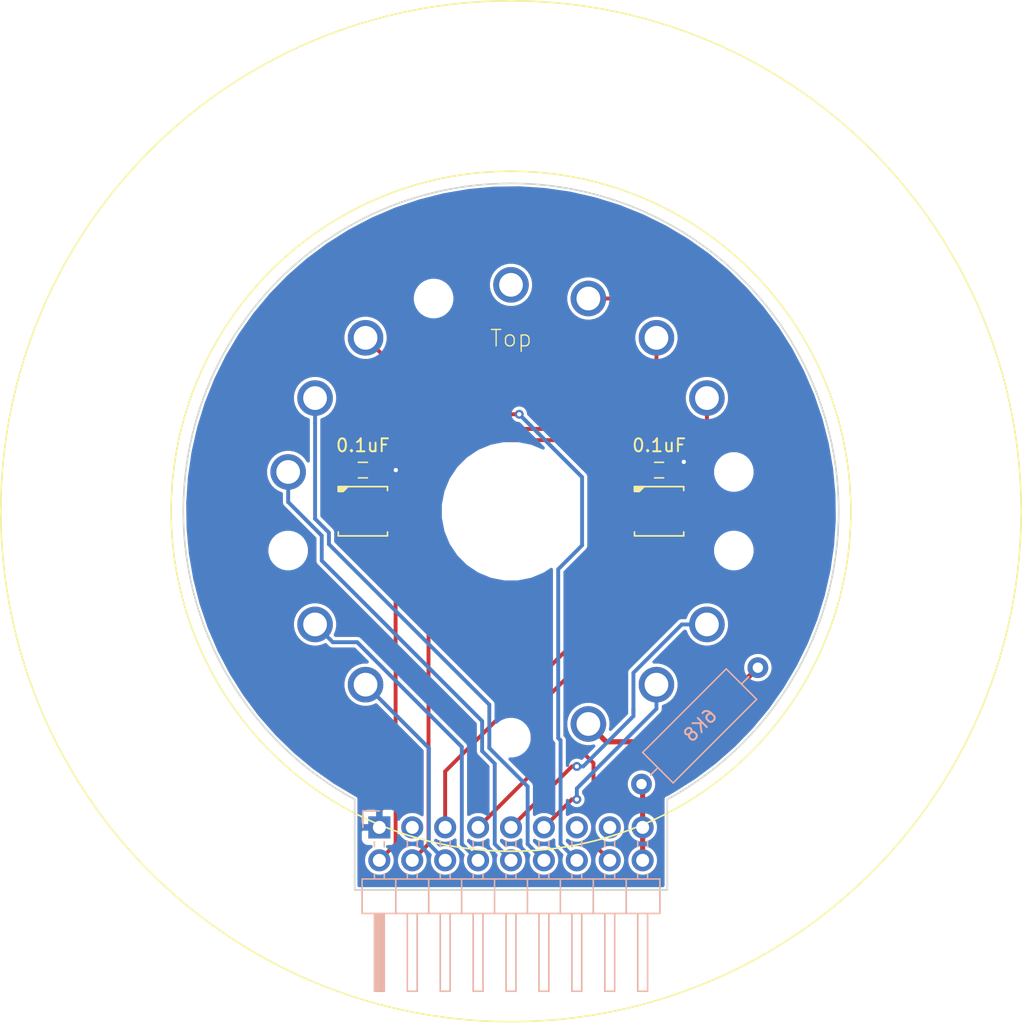
<source format=kicad_pcb>
(kicad_pcb (version 20171130) (host pcbnew "(5.0.2)-1")

  (general
    (thickness 1.6002)
    (drawings 6)
    (tracks 126)
    (zones 0)
    (modules 8)
    (nets 22)
  )

  (page A4)
  (layers
    (0 F.Cu signal)
    (31 B.Cu signal)
    (34 B.Paste user)
    (35 F.Paste user)
    (36 B.SilkS user)
    (37 F.SilkS user)
    (38 B.Mask user)
    (39 F.Mask user)
    (40 Dwgs.User user)
    (44 Edge.Cuts user)
  )

  (setup
    (last_trace_width 0.3)
    (user_trace_width 0.1524)
    (user_trace_width 0.2)
    (user_trace_width 0.25)
    (user_trace_width 0.3)
    (user_trace_width 0.4)
    (user_trace_width 0.5)
    (user_trace_width 0.6)
    (user_trace_width 0.8)
    (trace_clearance 0.254)
    (zone_clearance 0.1524)
    (zone_45_only no)
    (trace_min 0.1524)
    (segment_width 0.127)
    (edge_width 0.127)
    (via_size 0.6858)
    (via_drill 0.3302)
    (via_min_size 0.6858)
    (via_min_drill 0.3302)
    (uvia_size 0.508)
    (uvia_drill 0.127)
    (uvias_allowed no)
    (uvia_min_size 0.508)
    (uvia_min_drill 0.127)
    (pcb_text_width 0.127)
    (pcb_text_size 0.6 0.6)
    (mod_edge_width 0.127)
    (mod_text_size 0.6 0.6)
    (mod_text_width 0.127)
    (pad_size 1.524 1.524)
    (pad_drill 0.762)
    (pad_to_mask_clearance 0.05)
    (solder_mask_min_width 0.25)
    (pad_to_paste_clearance -0.04)
    (aux_axis_origin 0 0)
    (grid_origin 160.02 119.38)
    (visible_elements 7FFFFF7F)
    (pcbplotparams
      (layerselection 0x3ffff_80000001)
      (usegerberextensions true)
      (usegerberattributes true)
      (usegerberadvancedattributes false)
      (creategerberjobfile false)
      (excludeedgelayer true)
      (linewidth 0.127000)
      (plotframeref false)
      (viasonmask false)
      (mode 1)
      (useauxorigin false)
      (hpglpennumber 1)
      (hpglpenspeed 20)
      (hpglpendiameter 15.000000)
      (psnegative false)
      (psa4output false)
      (plotreference true)
      (plotvalue true)
      (plotinvisibletext false)
      (padsonsilk false)
      (subtractmaskfromsilk false)
      (outputformat 1)
      (mirror false)
      (drillshape 0)
      (scaleselection 1)
      (outputdirectory "CAM/"))
  )

  (net 0 "")
  (net 1 +5V)
  (net 2 GND)
  (net 3 /Anode)
  (net 4 /Din)
  (net 5 "Net-(J1-Pad3)")
  (net 6 /HV6)
  (net 7 /HV5)
  (net 8 /HV10)
  (net 9 /HV4)
  (net 10 /HV9)
  (net 11 /HV3)
  (net 12 /HV8)
  (net 13 /HV2)
  (net 14 /HV7)
  (net 15 /HV1)
  (net 16 "Net-(J1-Pad15)")
  (net 17 "Net-(LED1-Pad1-DOUT)")
  (net 18 "Net-(LED2-Pad1-DOUT)")
  (net 19 "Net-(NX1-PadP$2)")
  (net 20 "Net-(NX1-PadP$10)")
  (net 21 "Net-(J1-Pad13)")

  (net_class Default "Imperial - this is the standard class"
    (clearance 0.254)
    (trace_width 0.254)
    (via_dia 0.6858)
    (via_drill 0.3302)
    (uvia_dia 0.508)
    (uvia_drill 0.127)
    (add_net +5V)
    (add_net /Anode)
    (add_net /Din)
    (add_net /HV1)
    (add_net /HV10)
    (add_net /HV2)
    (add_net /HV3)
    (add_net /HV4)
    (add_net /HV5)
    (add_net /HV6)
    (add_net /HV7)
    (add_net /HV8)
    (add_net /HV9)
    (add_net GND)
    (add_net "Net-(J1-Pad13)")
    (add_net "Net-(J1-Pad15)")
    (add_net "Net-(J1-Pad3)")
    (add_net "Net-(LED1-Pad1-DOUT)")
    (add_net "Net-(LED2-Pad1-DOUT)")
    (add_net "Net-(NX1-PadP$10)")
    (add_net "Net-(NX1-PadP$2)")
  )

  (net_class 0.2mm ""
    (clearance 0.2)
    (trace_width 0.2)
    (via_dia 0.6858)
    (via_drill 0.3302)
    (uvia_dia 0.508)
    (uvia_drill 0.127)
  )

  (net_class Minimal ""
    (clearance 0.1524)
    (trace_width 0.1524)
    (via_dia 0.6858)
    (via_drill 0.3302)
    (uvia_dia 0.508)
    (uvia_drill 0.127)
  )

  (module logos:mermaid_l (layer B.Cu) (tedit 0) (tstamp 5A3BEF0C)
    (at 166.725 109.22 180)
    (fp_text reference G*** (at 0 0 180) (layer B.SilkS) hide
      (effects (font (size 1.524 1.524) (thickness 0.3)) (justify mirror))
    )
    (fp_text value LOGO (at 0.75 0 180) (layer B.SilkS) hide
      (effects (font (size 1.524 1.524) (thickness 0.3)) (justify mirror))
    )
    (fp_poly (pts (xy 0.016811 3.773536) (xy 0.035492 3.771585) (xy 0.039687 3.770741) (xy 0.079417 3.757244)
      (xy 0.111324 3.737775) (xy 0.124832 3.725513) (xy 0.142677 3.704599) (xy 0.153161 3.684612)
      (xy 0.15793 3.661447) (xy 0.15875 3.64097) (xy 0.158058 3.61993) (xy 0.155124 3.604749)
      (xy 0.148654 3.590748) (xy 0.141938 3.580059) (xy 0.122141 3.557766) (xy 0.098998 3.544256)
      (xy 0.074141 3.539962) (xy 0.049199 3.545313) (xy 0.036501 3.55221) (xy 0.025568 3.560763)
      (xy 0.019906 3.570026) (xy 0.017449 3.584153) (xy 0.016932 3.59157) (xy 0.016648 3.608477)
      (xy 0.018904 3.618133) (xy 0.024587 3.623743) (xy 0.026084 3.624592) (xy 0.039465 3.627784)
      (xy 0.050441 3.626922) (xy 0.059967 3.622881) (xy 0.061919 3.615123) (xy 0.060823 3.608777)
      (xy 0.060289 3.596153) (xy 0.064906 3.590901) (xy 0.073078 3.592235) (xy 0.083211 3.599369)
      (xy 0.093713 3.61152) (xy 0.102989 3.6279) (xy 0.103896 3.629997) (xy 0.108418 3.643365)
      (xy 0.108287 3.6547) (xy 0.103467 3.669685) (xy 0.087643 3.698859) (xy 0.064252 3.721926)
      (xy 0.050164 3.731216) (xy 0.036916 3.737802) (xy 0.022748 3.741623) (xy 0.004134 3.743365)
      (xy -0.014288 3.743716) (xy -0.040147 3.742911) (xy -0.057394 3.740394) (xy -0.064294 3.73724)
      (xy -0.073648 3.731439) (xy -0.077728 3.730626) (xy -0.088165 3.726605) (xy -0.102163 3.716065)
      (xy -0.117406 3.701291) (xy -0.131579 3.684564) (xy -0.142367 3.668169) (xy -0.143717 3.665542)
      (xy -0.151883 3.648712) (xy -0.159332 3.633251) (xy -0.163088 3.620111) (xy -0.165384 3.598867)
      (xy -0.16631 3.568514) (xy -0.166318 3.553876) (xy -0.166026 3.5265) (xy -0.165145 3.506715)
      (xy -0.163111 3.491529) (xy -0.159359 3.477949) (xy -0.153324 3.462983) (xy -0.14625 3.447521)
      (xy -0.121753 3.405235) (xy -0.0903 3.36927) (xy -0.051325 3.33924) (xy -0.004264 3.314759)
      (xy 0.051447 3.295441) (xy 0.089958 3.28602) (xy 0.119366 3.282227) (xy 0.156195 3.281263)
      (xy 0.197719 3.282946) (xy 0.241212 3.28709) (xy 0.283951 3.293513) (xy 0.321687 3.301638)
      (xy 0.342155 3.307861) (xy 0.360849 3.315263) (xy 0.376278 3.322945) (xy 0.386953 3.330006)
      (xy 0.391385 3.335547) (xy 0.388082 3.338667) (xy 0.383597 3.339042) (xy 0.373649 3.342219)
      (xy 0.357833 3.350734) (xy 0.338335 3.36306) (xy 0.317344 3.377673) (xy 0.297047 3.393046)
      (xy 0.279632 3.407655) (xy 0.267286 3.419973) (xy 0.26692 3.420407) (xy 0.246827 3.446164)
      (xy 0.232225 3.469838) (xy 0.221889 3.494463) (xy 0.214597 3.523071) (xy 0.209127 3.558694)
      (xy 0.208269 3.565849) (xy 0.208225 3.599519) (xy 0.214696 3.635439) (xy 0.226608 3.670269)
      (xy 0.242885 3.700666) (xy 0.257355 3.718587) (xy 0.284712 3.739246) (xy 0.316451 3.752322)
      (xy 0.350326 3.757709) (xy 0.384089 3.755304) (xy 0.415495 3.745003) (xy 0.441854 3.727116)
      (xy 0.456743 3.708989) (xy 0.464158 3.687733) (xy 0.465666 3.667574) (xy 0.46447 3.649678)
      (xy 0.459418 3.636679) (xy 0.44831 3.623019) (xy 0.447843 3.622523) (xy 0.432662 3.60928)
      (xy 0.418526 3.60395) (xy 0.413448 3.603625) (xy 0.394908 3.608269) (xy 0.381565 3.620647)
      (xy 0.375782 3.638431) (xy 0.375708 3.640833) (xy 0.378805 3.655072) (xy 0.386689 3.660815)
      (xy 0.397247 3.657238) (xy 0.40302 3.65151) (xy 0.411119 3.643576) (xy 0.417703 3.64383)
      (xy 0.420717 3.645984) (xy 0.426691 3.656909) (xy 0.428309 3.673525) (xy 0.425542 3.691863)
      (xy 0.421138 3.703294) (xy 0.410709 3.716673) (xy 0.399156 3.725521) (xy 0.381042 3.731036)
      (xy 0.358057 3.732598) (xy 0.335132 3.730244) (xy 0.318905 3.724949) (xy 0.298369 3.711409)
      (xy 0.278961 3.693672) (xy 0.264484 3.675356) (xy 0.26187 3.670693) (xy 0.258107 3.658302)
      (xy 0.255508 3.640465) (xy 0.254155 3.620218) (xy 0.254128 3.6006) (xy 0.25551 3.584648)
      (xy 0.258381 3.5754) (xy 0.259291 3.574521) (xy 0.263387 3.567227) (xy 0.264583 3.558334)
      (xy 0.266434 3.54854) (xy 0.269875 3.545417) (xy 0.274956 3.541344) (xy 0.275166 3.539772)
      (xy 0.278369 3.532005) (xy 0.286651 3.519125) (xy 0.298022 3.503894) (xy 0.310492 3.489074)
      (xy 0.315691 3.483521) (xy 0.332808 3.469181) (xy 0.356966 3.453086) (xy 0.385192 3.436898)
      (xy 0.41451 3.422278) (xy 0.441945 3.410886) (xy 0.451563 3.407656) (xy 0.513508 3.39253)
      (xy 0.572008 3.386659) (xy 0.6285 3.390216) (xy 0.684423 3.403376) (xy 0.741216 3.42631)
      (xy 0.78052 3.447259) (xy 0.817352 3.46804) (xy 0.848125 3.483558) (xy 0.875501 3.494552)
      (xy 0.902139 3.501759) (xy 0.9307 3.505917) (xy 0.963843 3.507764) (xy 0.999762 3.50806)
      (xy 1.029829 3.507596) (xy 1.058475 3.506543) (xy 1.08289 3.505047) (xy 1.100268 3.50325)
      (xy 1.103312 3.502746) (xy 1.124251 3.498943) (xy 1.148566 3.494739) (xy 1.16152 3.492588)
      (xy 1.183437 3.488718) (xy 1.205109 3.484407) (xy 1.21576 3.482026) (xy 1.242534 3.475574)
      (xy 1.261268 3.470981) (xy 1.27422 3.467665) (xy 1.283649 3.465044) (xy 1.29181 3.462534)
      (xy 1.293812 3.46189) (xy 1.330054 3.447173) (xy 1.362613 3.428217) (xy 1.390124 3.406284)
      (xy 1.411222 3.382636) (xy 1.42454 3.358536) (xy 1.428749 3.337087) (xy 1.430965 3.31796)
      (xy 1.436932 3.293293) (xy 1.445634 3.266996) (xy 1.4496 3.257021) (xy 1.460028 3.223921)
      (xy 1.465344 3.188889) (xy 1.465701 3.173183) (xy 1.465206 3.152449) (xy 1.465622 3.140318)
      (xy 1.467505 3.134815) (xy 1.471411 3.133966) (xy 1.476375 3.135313) (xy 1.485246 3.136563)
      (xy 1.485546 3.132317) (xy 1.477379 3.123141) (xy 1.473497 3.119686) (xy 1.464568 3.110292)
      (xy 1.463129 3.101507) (xy 1.465406 3.093994) (xy 1.472998 3.082438) (xy 1.485846 3.06985)
      (xy 1.491895 3.065257) (xy 1.507592 3.051442) (xy 1.513053 3.038041) (xy 1.508312 3.023896)
      (xy 1.493572 3.007997) (xy 1.481954 2.996879) (xy 1.477871 2.989625) (xy 1.480148 2.984092)
      (xy 1.480343 2.983889) (xy 1.48489 2.973373) (xy 1.486712 2.956585) (xy 1.485771 2.93749)
      (xy 1.482027 2.920051) (xy 1.481007 2.917281) (xy 1.468042 2.883178) (xy 1.459777 2.85676)
      (xy 1.455764 2.836468) (xy 1.455208 2.827306) (xy 1.451635 2.812089) (xy 1.440656 2.801224)
      (xy 1.433744 2.797314) (xy 1.425278 2.794661) (xy 1.41333 2.793085) (xy 1.395971 2.79241)
      (xy 1.371273 2.792457) (xy 1.349375 2.792809) (xy 1.31873 2.793255) (xy 1.296659 2.793112)
      (xy 1.281157 2.792186) (xy 1.270221 2.790279) (xy 1.261849 2.787196) (xy 1.255447 2.783626)
      (xy 1.244268 2.774775) (xy 1.238474 2.766405) (xy 1.23825 2.764974) (xy 1.235863 2.757876)
      (xy 1.233805 2.756959) (xy 1.229201 2.752098) (xy 1.223916 2.739092) (xy 1.218503 2.720308)
      (xy 1.213515 2.698112) (xy 1.209506 2.674871) (xy 1.207028 2.652951) (xy 1.2065 2.640132)
      (xy 1.207874 2.614203) (xy 1.211589 2.582523) (xy 1.217032 2.549504) (xy 1.222776 2.522803)
      (xy 1.235661 2.473043) (xy 1.247332 2.433315) (xy 1.257929 2.403156) (xy 1.259293 2.399771)
      (xy 1.264013 2.387513) (xy 1.269636 2.371955) (xy 1.270086 2.370667) (xy 1.278721 2.347809)
      (xy 1.289907 2.322021) (xy 1.304888 2.290463) (xy 1.308378 2.283355) (xy 1.317963 2.259043)
      (xy 1.323702 2.234224) (xy 1.325348 2.211548) (xy 1.322652 2.19366) (xy 1.317561 2.184909)
      (xy 1.307186 2.176016) (xy 1.292853 2.165074) (xy 1.277255 2.153968) (xy 1.263087 2.144581)
      (xy 1.253044 2.138797) (xy 1.250232 2.137834) (xy 1.242386 2.13401) (xy 1.231208 2.124466)
      (xy 1.219519 2.11209) (xy 1.21014 2.099773) (xy 1.206613 2.093154) (xy 1.204218 2.073293)
      (xy 1.210459 2.048342) (xy 1.211685 2.04523) (xy 1.220793 2.023791) (xy 1.23213 1.998543)
      (xy 1.244765 1.971403) (xy 1.257766 1.944284) (xy 1.270202 1.9191) (xy 1.281142 1.897767)
      (xy 1.289653 1.882198) (xy 1.294804 1.874308) (xy 1.294911 1.874195) (xy 1.300737 1.866426)
      (xy 1.30175 1.863411) (xy 1.305702 1.855954) (xy 1.316422 1.843726) (xy 1.332206 1.828296)
      (xy 1.351351 1.811235) (xy 1.372151 1.794113) (xy 1.392903 1.778501) (xy 1.397 1.775628)
      (xy 1.412481 1.764474) (xy 1.432822 1.749179) (xy 1.456251 1.731147) (xy 1.480994 1.711783)
      (xy 1.505277 1.692489) (xy 1.527327 1.674669) (xy 1.54537 1.659728) (xy 1.557633 1.649068)
      (xy 1.561041 1.645785) (xy 1.566531 1.641261) (xy 1.577559 1.632846) (xy 1.584854 1.62743)
      (xy 1.599074 1.616479) (xy 1.610642 1.606732) (xy 1.613958 1.603563) (xy 1.621166 1.597319)
      (xy 1.63503 1.586326) (xy 1.653625 1.57203) (xy 1.675029 1.555881) (xy 1.697317 1.539326)
      (xy 1.718566 1.523814) (xy 1.736854 1.510793) (xy 1.740958 1.507944) (xy 1.75542 1.497422)
      (xy 1.767734 1.487559) (xy 1.769672 1.48584) (xy 1.781335 1.477351) (xy 1.789516 1.473434)
      (xy 1.797549 1.469117) (xy 1.799166 1.466423) (xy 1.803588 1.462135) (xy 1.814535 1.456503)
      (xy 1.817687 1.455209) (xy 1.829662 1.449593) (xy 1.835937 1.444862) (xy 1.836208 1.4441)
      (xy 1.840779 1.440501) (xy 1.852852 1.434525) (xy 1.869967 1.42737) (xy 1.872824 1.426267)
      (xy 1.88894 1.420424) (xy 1.902804 1.416562) (xy 1.917198 1.414357) (xy 1.934907 1.413483)
      (xy 1.958714 1.413615) (xy 1.977334 1.414048) (xy 2.011477 1.415666) (xy 2.050591 1.418652)
      (xy 2.089221 1.422539) (xy 2.114726 1.425785) (xy 2.14488 1.42989) (xy 2.16751 1.432256)
      (xy 2.18552 1.432964) (xy 2.201812 1.432095) (xy 2.219288 1.429731) (xy 2.224528 1.428856)
      (xy 2.245404 1.424861) (xy 2.257747 1.421152) (xy 2.263552 1.416902) (xy 2.264833 1.412127)
      (xy 2.263508 1.406717) (xy 2.257986 1.403732) (xy 2.245944 1.402491) (xy 2.231409 1.402292)
      (xy 2.207764 1.401303) (xy 2.182238 1.398663) (xy 2.158033 1.394866) (xy 2.138355 1.390404)
      (xy 2.12725 1.386276) (xy 2.123304 1.383434) (xy 2.123829 1.381057) (xy 2.130164 1.378752)
      (xy 2.143652 1.376125) (xy 2.165634 1.37278) (xy 2.180166 1.370725) (xy 2.208747 1.366286)
      (xy 2.230983 1.361492) (xy 2.251087 1.355226) (xy 2.27327 1.34637) (xy 2.275416 1.345449)
      (xy 2.291879 1.337058) (xy 2.307873 1.326809) (xy 2.32072 1.316668) (xy 2.327745 1.308602)
      (xy 2.328333 1.306591) (xy 2.323743 1.304335) (xy 2.312281 1.304011) (xy 2.297402 1.305252)
      (xy 2.282566 1.307694) (xy 2.271229 1.31097) (xy 2.267743 1.312991) (xy 2.258675 1.31683)
      (xy 2.251604 1.317626) (xy 2.239817 1.320172) (xy 2.234786 1.323331) (xy 2.225761 1.326846)
      (xy 2.213884 1.326984) (xy 2.204136 1.325219) (xy 2.204029 1.323129) (xy 2.20927 1.320799)
      (xy 2.23606 1.310129) (xy 2.25511 1.301894) (xy 2.268643 1.294964) (xy 2.278885 1.288209)
      (xy 2.287322 1.281169) (xy 2.296853 1.2715) (xy 2.301715 1.264499) (xy 2.301875 1.263719)
      (xy 2.297454 1.259587) (xy 2.285098 1.260225) (xy 2.266162 1.265338) (xy 2.242005 1.274631)
      (xy 2.232778 1.27872) (xy 2.210862 1.287938) (xy 2.195226 1.292907) (xy 2.186673 1.293593)
      (xy 2.186011 1.289959) (xy 2.194044 1.28197) (xy 2.19612 1.28034) (xy 2.207237 1.273141)
      (xy 2.215319 1.270118) (xy 2.221801 1.265714) (xy 2.226876 1.256324) (xy 2.227791 1.251047)
      (xy 2.223516 1.248302) (xy 2.212505 1.249392) (xy 2.197482 1.253408) (xy 2.181171 1.259436)
      (xy 2.166296 1.266566) (xy 2.15558 1.273887) (xy 2.153708 1.275833) (xy 2.146702 1.280288)
      (xy 2.132687 1.286789) (xy 2.114695 1.294037) (xy 2.095756 1.300732) (xy 2.095124 1.300937)
      (xy 2.07869 1.304461) (xy 2.057774 1.306667) (xy 2.046312 1.307042) (xy 2.028903 1.306558)
      (xy 2.018807 1.304253) (xy 2.012768 1.298853) (xy 2.009183 1.29249) (xy 2.005287 1.278785)
      (xy 2.008579 1.265874) (xy 2.019902 1.252443) (xy 2.040101 1.237179) (xy 2.048014 1.232048)
      (xy 2.069352 1.218173) (xy 2.083328 1.207722) (xy 2.091758 1.198848) (xy 2.096459 1.189706)
      (xy 2.098878 1.180349) (xy 2.099775 1.168122) (xy 2.095521 1.163627) (xy 2.094838 1.16354)
      (xy 2.077123 1.165005) (xy 2.064663 1.173081) (xy 2.054291 1.180457) (xy 2.036679 1.190046)
      (xy 2.014573 1.20055) (xy 1.990717 1.210671) (xy 1.967857 1.219114) (xy 1.965854 1.219776)
      (xy 1.928101 1.233609) (xy 1.898307 1.248381) (xy 1.87387 1.26573) (xy 1.852189 1.287294)
      (xy 1.844908 1.29597) (xy 1.82922 1.314316) (xy 1.813605 1.330793) (xy 1.80082 1.342542)
      (xy 1.797992 1.344686) (xy 1.786309 1.353213) (xy 1.778836 1.359346) (xy 1.778 1.360236)
      (xy 1.771224 1.365606) (xy 1.75693 1.374794) (xy 1.736985 1.386729) (xy 1.713259 1.400343)
      (xy 1.687619 1.414565) (xy 1.661936 1.428326) (xy 1.638076 1.440557) (xy 1.635125 1.442019)
      (xy 1.587553 1.46584) (xy 1.546283 1.487396) (xy 1.507857 1.50852) (xy 1.481666 1.52353)
      (xy 1.464862 1.532936) (xy 1.450648 1.540248) (xy 1.443302 1.543429) (xy 1.435482 1.548118)
      (xy 1.434041 1.551076) (xy 1.429946 1.555562) (xy 1.42835 1.55575) (xy 1.421455 1.558368)
      (xy 1.407463 1.565519) (xy 1.388265 1.576151) (xy 1.365753 1.589212) (xy 1.341819 1.60365)
      (xy 1.338081 1.605957) (xy 1.328838 1.611626) (xy 1.314356 1.620452) (xy 1.303686 1.626934)
      (xy 1.289183 1.635949) (xy 1.278713 1.64286) (xy 1.275291 1.645485) (xy 1.269816 1.650117)
      (xy 1.258818 1.65865) (xy 1.251479 1.66417) (xy 1.234056 1.677274) (xy 1.220686 1.687881)
      (xy 1.208649 1.698391) (xy 1.195222 1.711206) (xy 1.177684 1.728725) (xy 1.173427 1.733021)
      (xy 1.154691 1.753203) (xy 1.136473 1.774958) (xy 1.121826 1.794574) (xy 1.117957 1.80049)
      (xy 1.107458 1.815879) (xy 1.098096 1.826821) (xy 1.091977 1.830917) (xy 1.085418 1.828569)
      (xy 1.084785 1.826948) (xy 1.081627 1.820717) (xy 1.073818 1.810294) (xy 1.071556 1.807605)
      (xy 1.063024 1.796859) (xy 1.058535 1.789598) (xy 1.058333 1.788759) (xy 1.055116 1.78268)
      (xy 1.048847 1.77503) (xy 1.038358 1.760344) (xy 1.026121 1.737991) (xy 1.013216 1.710506)
      (xy 1.00072 1.680421) (xy 0.989714 1.650268) (xy 0.981275 1.622581) (xy 0.977986 1.608667)
      (xy 0.968972 1.562362) (xy 0.962328 1.523365) (xy 0.95779 1.488735) (xy 0.955093 1.45553)
      (xy 0.953972 1.420809) (xy 0.954162 1.38163) (xy 0.954874 1.352021) (xy 0.955956 1.318336)
      (xy 0.957154 1.287144) (xy 0.958377 1.260422) (xy 0.959534 1.240144) (xy 0.960534 1.228284)
      (xy 0.960617 1.227667) (xy 0.961429 1.217554) (xy 0.962358 1.198447) (xy 0.96335 1.171939)
      (xy 0.964353 1.139617) (xy 0.96531 1.103071) (xy 0.96617 1.063891) (xy 0.966176 1.063625)
      (xy 0.966988 1.016579) (xy 0.967314 0.977779) (xy 0.967075 0.9449) (xy 0.96619 0.915612)
      (xy 0.964579 0.887587) (xy 0.962164 0.858498) (xy 0.958863 0.826017) (xy 0.95765 0.814917)
      (xy 0.951084 0.75682) (xy 0.945176 0.707679) (xy 0.939682 0.665903) (xy 0.934356 0.629902)
      (xy 0.928956 0.598088) (xy 0.923235 0.56887) (xy 0.916949 0.54066) (xy 0.912885 0.523875)
      (xy 0.906794 0.498662) (xy 0.901413 0.475129) (xy 0.897462 0.456489) (xy 0.895973 0.44834)
      (xy 0.892856 0.434708) (xy 0.889085 0.426281) (xy 0.888285 0.425538) (xy 0.884592 0.418555)
      (xy 0.883669 0.411115) (xy 0.882028 0.401383) (xy 0.877635 0.38436) (xy 0.871226 0.362746)
      (xy 0.866028 0.346605) (xy 0.857767 0.321534) (xy 0.84996 0.297435) (xy 0.843739 0.277819)
      (xy 0.841302 0.269875) (xy 0.836378 0.25453) (xy 0.832191 0.243342) (xy 0.830942 0.240771)
      (xy 0.827336 0.232696) (xy 0.822295 0.21902) (xy 0.820702 0.214313) (xy 0.81395 0.195276)
      (xy 0.806669 0.176625) (xy 0.80583 0.174625) (xy 0.798972 0.158321) (xy 0.792944 0.14374)
      (xy 0.792593 0.142875) (xy 0.786649 0.129107) (xy 0.782549 0.120458) (xy 0.778574 0.110063)
      (xy 0.777875 0.105842) (xy 0.775639 0.099184) (xy 0.769428 0.084596) (xy 0.759982 0.063622)
      (xy 0.748042 0.037806) (xy 0.734349 0.008691) (xy 0.719644 -0.022178) (xy 0.704668 -0.053257)
      (xy 0.690162 -0.083002) (xy 0.676867 -0.10987) (xy 0.665523 -0.132316) (xy 0.656873 -0.148797)
      (xy 0.651656 -0.157769) (xy 0.650888 -0.15875) (xy 0.64704 -0.164585) (xy 0.640139 -0.176579)
      (xy 0.635415 -0.185208) (xy 0.622667 -0.207639) (xy 0.605809 -0.235506) (xy 0.586295 -0.266573)
      (xy 0.565581 -0.298607) (xy 0.545121 -0.329373) (xy 0.52637 -0.356639) (xy 0.510784 -0.378168)
      (xy 0.504464 -0.386291) (xy 0.49882 -0.393433) (xy 0.48822 -0.406992) (xy 0.474188 -0.425014)
      (xy 0.458423 -0.445321) (xy 0.386268 -0.531586) (xy 0.305323 -0.615902) (xy 0.217382 -0.696433)
      (xy 0.193138 -0.716902) (xy 0.177764 -0.729736) (xy 0.165728 -0.739925) (xy 0.159212 -0.745619)
      (xy 0.15875 -0.74607) (xy 0.15364 -0.750212) (xy 0.141905 -0.75919) (xy 0.125441 -0.771566)
      (xy 0.111125 -0.782215) (xy 0.091503 -0.796811) (xy 0.074346 -0.809688) (xy 0.061903 -0.819151)
      (xy 0.057234 -0.822811) (xy 0.046348 -0.830914) (xy 0.033422 -0.839659) (xy 0.019429 -0.849492)
      (xy 0.008262 -0.85853) (xy -0.00115 -0.865562) (xy -0.006772 -0.867833) (xy -0.013177 -0.871028)
      (xy -0.024494 -0.879231) (xy -0.033185 -0.886354) (xy -0.046046 -0.896711) (xy -0.055853 -0.903433)
      (xy -0.059243 -0.904875) (xy -0.065136 -0.907527) (xy -0.076973 -0.9143) (xy -0.09191 -0.923419)
      (xy -0.107104 -0.933106) (xy -0.119711 -0.941585) (xy -0.126887 -0.947081) (xy -0.127 -0.947193)
      (xy -0.133129 -0.951521) (xy -0.142875 -0.957378) (xy -0.152011 -0.962765) (xy -0.168175 -0.972485)
      (xy -0.189376 -0.985333) (xy -0.213623 -1.000104) (xy -0.223801 -1.006326) (xy -0.247553 -1.020777)
      (xy -0.267952 -1.033032) (xy -0.283378 -1.04213) (xy -0.292207 -1.047106) (xy -0.293632 -1.04775)
      (xy -0.298902 -1.050229) (xy -0.310818 -1.056768) (xy -0.326931 -1.066017) (xy -0.328991 -1.067222)
      (xy -0.356603 -1.083148) (xy -0.386048 -1.099703) (xy -0.414493 -1.115327) (xy -0.439106 -1.128464)
      (xy -0.455084 -1.136599) (xy -0.467632 -1.14309) (xy -0.475484 -1.147821) (xy -0.47625 -1.148468)
      (xy -0.481786 -1.151903) (xy -0.494692 -1.158989) (xy -0.512891 -1.168607) (xy -0.529167 -1.177013)
      (xy -0.578322 -1.202179) (xy -0.622845 -1.225001) (xy -0.661951 -1.245075) (xy -0.694854 -1.261998)
      (xy -0.720769 -1.275365) (xy -0.73891 -1.284772) (xy -0.748492 -1.289816) (xy -0.748968 -1.290075)
      (xy -0.758048 -1.294813) (xy -0.773987 -1.302904) (xy -0.794153 -1.313017) (xy -0.80698 -1.3194)
      (xy -0.881231 -1.35675) (xy -0.94652 -1.390707) (xy -1.003734 -1.421745) (xy -1.05376 -1.450342)
      (xy -1.076855 -1.464177) (xy -1.090458 -1.471801) (xy -1.098021 -1.475597) (xy -1.105412 -1.479911)
      (xy -1.119579 -1.488876) (xy -1.138874 -1.501392) (xy -1.161647 -1.516359) (xy -1.18625 -1.532677)
      (xy -1.211035 -1.549246) (xy -1.234352 -1.564966) (xy -1.254552 -1.578737) (xy -1.269988 -1.58946)
      (xy -1.279009 -1.596033) (xy -1.280584 -1.5974) (xy -1.28583 -1.602217) (xy -1.296881 -1.611472)
      (xy -1.309688 -1.621833) (xy -1.369914 -1.675393) (xy -1.421218 -1.732685) (xy -1.463288 -1.79318)
      (xy -1.495811 -1.856346) (xy -1.518476 -1.921651) (xy -1.530971 -1.988566) (xy -1.532115 -2.00072)
      (xy -1.533533 -2.021291) (xy -1.533389 -2.03401) (xy -1.531178 -2.041555) (xy -1.526396 -2.046606)
      (xy -1.523028 -2.048937) (xy -1.508982 -2.055507) (xy -1.492365 -2.060056) (xy -1.492229 -2.060079)
      (xy -1.452691 -2.067475) (xy -1.418964 -2.075738) (xy -1.394355 -2.083271) (xy -1.372487 -2.090356)
      (xy -1.346337 -2.098616) (xy -1.322917 -2.10585) (xy -1.302468 -2.112199) (xy -1.284909 -2.117877)
      (xy -1.273608 -2.12179) (xy -1.272646 -2.122164) (xy -1.262724 -2.125949) (xy -1.246121 -2.132103)
      (xy -1.226116 -2.139411) (xy -1.222375 -2.140766) (xy -1.203039 -2.148094) (xy -1.187481 -2.154598)
      (xy -1.178496 -2.159093) (xy -1.177661 -2.159711) (xy -1.168071 -2.163984) (xy -1.164987 -2.164291)
      (xy -1.156849 -2.166561) (xy -1.141251 -2.172762) (xy -1.120145 -2.181983) (xy -1.095482 -2.193313)
      (xy -1.069213 -2.20584) (xy -1.043289 -2.218653) (xy -1.019661 -2.230841) (xy -1.002771 -2.240067)
      (xy -0.979183 -2.253619) (xy -0.954406 -2.268128) (xy -0.930964 -2.28209) (xy -0.911386 -2.293997)
      (xy -0.898196 -2.302344) (xy -0.897227 -2.302991) (xy -0.84537 -2.340492) (xy -0.792658 -2.383257)
      (xy -0.741528 -2.42907) (xy -0.694416 -2.475712) (xy -0.653759 -2.520968) (xy -0.642579 -2.534708)
      (xy -0.628634 -2.552018) (xy -0.616971 -2.565902) (xy -0.609232 -2.574434) (xy -0.607219 -2.576159)
      (xy -0.603295 -2.582213) (xy -0.60325 -2.582995) (xy -0.599953 -2.59017) (xy -0.592419 -2.599694)
      (xy -0.584795 -2.609595) (xy -0.573492 -2.626331) (xy -0.559985 -2.647494) (xy -0.545751 -2.670677)
      (xy -0.532266 -2.693472) (xy -0.521004 -2.713471) (xy -0.513442 -2.728265) (xy -0.512956 -2.729342)
      (xy -0.506925 -2.740667) (xy -0.501953 -2.746251) (xy -0.501417 -2.746375) (xy -0.497764 -2.750622)
      (xy -0.497417 -2.753524) (xy -0.495063 -2.76201) (xy -0.489037 -2.775934) (xy -0.484188 -2.785554)
      (xy -0.476676 -2.800966) (xy -0.471883 -2.81327) (xy -0.470959 -2.817651) (xy -0.468504 -2.82541)
      (xy -0.46699 -2.826631) (xy -0.463351 -2.832354) (xy -0.457475 -2.846051) (xy -0.450118 -2.865545)
      (xy -0.442034 -2.888659) (xy -0.433976 -2.913215) (xy -0.4267 -2.937036) (xy -0.420958 -2.957944)
      (xy -0.419645 -2.963333) (xy -0.414816 -2.982772) (xy -0.410227 -2.999259) (xy -0.40721 -3.008312)
      (xy -0.403349 -3.020934) (xy -0.400065 -3.036847) (xy -0.399977 -3.037416) (xy -0.397973 -3.049953)
      (xy -0.394675 -3.070065) (xy -0.390554 -3.094892) (xy -0.386442 -3.119437) (xy -0.382507 -3.145522)
      (xy -0.379552 -3.172135) (xy -0.377442 -3.20146) (xy -0.376041 -3.23568) (xy -0.375217 -3.276977)
      (xy -0.374941 -3.306237) (xy -0.374907 -3.341428) (xy -0.375253 -3.373114) (xy -0.375932 -3.399753)
      (xy -0.376895 -3.4198) (xy -0.378095 -3.431711) (xy -0.378888 -3.43429) (xy -0.385103 -3.433466)
      (xy -0.398593 -3.427213) (xy -0.41801 -3.416235) (xy -0.441209 -3.401752) (xy -0.483878 -3.374892)
      (xy -0.526415 -3.34985) (xy -0.571041 -3.325433) (xy -0.619976 -3.30045) (xy -0.67544 -3.27371)
      (xy -0.709084 -3.258031) (xy -0.744498 -3.241758) (xy -0.773275 -3.228687) (xy -0.794644 -3.21916)
      (xy -0.807839 -3.213522) (xy -0.812017 -3.212041) (xy -0.817473 -3.210007) (xy -0.830202 -3.204577)
      (xy -0.847855 -3.196764) (xy -0.855541 -3.193302) (xy -0.87586 -3.184131) (xy -0.893504 -3.176218)
      (xy -0.905456 -3.170914) (xy -0.907521 -3.170016) (xy -0.918356 -3.165316) (xy -0.934412 -3.158299)
      (xy -0.944563 -3.153846) (xy -0.976212 -3.140021) (xy -0.999364 -3.130101) (xy -1.015151 -3.123604)
      (xy -1.018646 -3.12224) (xy -1.034695 -3.115354) (xy -1.057193 -3.104752) (xy -1.083338 -3.091857)
      (xy -1.110325 -3.078089) (xy -1.135352 -3.064868) (xy -1.155614 -3.053616) (xy -1.164167 -3.048495)
      (xy -1.18064 -3.036718) (xy -1.199817 -3.020816) (xy -1.220061 -3.002427) (xy -1.239737 -2.983188)
      (xy -1.257209 -2.964736) (xy -1.27084 -2.948708) (xy -1.278994 -2.936743) (xy -1.280584 -2.931984)
      (xy -1.284494 -2.925639) (xy -1.284991 -2.925409) (xy -1.290019 -2.9202) (xy -1.298403 -2.9087)
      (xy -1.308276 -2.893826) (xy -1.317775 -2.878494) (xy -1.325035 -2.865619) (xy -1.32819 -2.858117)
      (xy -1.328209 -2.857838) (xy -1.332 -2.851529) (xy -1.332427 -2.851326) (xy -1.337013 -2.84591)
      (xy -1.344025 -2.834059) (xy -1.348297 -2.82575) (xy -1.354863 -2.813311) (xy -1.359169 -2.807024)
      (xy -1.360124 -2.807229) (xy -1.360267 -2.814002) (xy -1.360556 -2.829563) (xy -1.360961 -2.852114)
      (xy -1.361448 -2.879861) (xy -1.36193 -2.90777) (xy -1.363484 -2.959059) (xy -1.366614 -3.002125)
      (xy -1.371909 -3.039285) (xy -1.379955 -3.072855) (xy -1.391341 -3.105149) (xy -1.406655 -3.138482)
      (xy -1.426484 -3.175172) (xy -1.432473 -3.185583) (xy -1.441516 -3.200851) (xy -1.454792 -3.222887)
      (xy -1.470945 -3.249473) (xy -1.488616 -3.278392) (xy -1.506447 -3.307427) (xy -1.523079 -3.334361)
      (xy -1.537156 -3.356975) (xy -1.546782 -3.372217) (xy -1.556574 -3.387882) (xy -1.563588 -3.399817)
      (xy -1.566333 -3.405482) (xy -1.566334 -3.405513) (xy -1.569332 -3.411428) (xy -1.571875 -3.414671)
      (xy -1.578955 -3.424037) (xy -1.58836 -3.437955) (xy -1.598309 -3.453578) (xy -1.607021 -3.468061)
      (xy -1.612717 -3.478559) (xy -1.613959 -3.481937) (xy -1.617841 -3.488012) (xy -1.618012 -3.48809)
      (xy -1.62267 -3.49336) (xy -1.6306 -3.505128) (xy -1.640113 -3.520543) (xy -1.649522 -3.536754)
      (xy -1.657137 -3.550911) (xy -1.661271 -3.560162) (xy -1.661584 -3.56167) (xy -1.66483 -3.566534)
      (xy -1.665553 -3.566624) (xy -1.670608 -3.570852) (xy -1.67527 -3.57853) (xy -1.6797 -3.587499)
      (xy -1.687831 -3.603801) (xy -1.698602 -3.625313) (xy -1.710953 -3.649918) (xy -1.714283 -3.656541)
      (xy -1.728714 -3.685357) (xy -1.739369 -3.707018) (xy -1.747301 -3.723791) (xy -1.753561 -3.73794)
      (xy -1.759201 -3.751728) (xy -1.762834 -3.761052) (xy -1.768776 -3.776191) (xy -1.77226 -3.784864)
      (xy -1.776532 -3.796565) (xy -1.782292 -3.813799) (xy -1.786124 -3.825875) (xy -1.794107 -3.850123)
      (xy -1.800605 -3.864974) (xy -1.806629 -3.871317) (xy -1.813196 -3.870039) (xy -1.821317 -3.862026)
      (xy -1.823851 -3.858896) (xy -1.834996 -3.845041) (xy -1.845018 -3.832935) (xy -1.860304 -3.814747)
      (xy -1.871524 -3.80089) (xy -1.881557 -3.787711) (xy -1.892096 -3.773209) (xy -1.901907 -3.758672)
      (xy -1.908513 -3.747198) (xy -1.910292 -3.74234) (xy -1.913744 -3.735549) (xy -1.9147 -3.735034)
      (xy -1.920879 -3.728832) (xy -1.93058 -3.714612) (xy -1.942942 -3.693993) (xy -1.957108 -3.668592)
      (xy -1.972218 -3.640026) (xy -1.987415 -3.609913) (xy -2.001841 -3.579871) (xy -2.014636 -3.551517)
      (xy -2.02375 -3.529541) (xy -2.030337 -3.513335) (xy -2.036097 -3.500143) (xy -2.037835 -3.49654)
      (xy -2.041998 -3.483106) (xy -2.042584 -3.477009) (xy -2.044998 -3.466849) (xy -2.047875 -3.463395)
      (xy -2.052009 -3.456083) (xy -2.053167 -3.44752) (xy -2.054935 -3.436601) (xy -2.057874 -3.432007)
      (xy -2.06186 -3.425217) (xy -2.065111 -3.412716) (xy -2.06525 -3.411851) (xy -2.068334 -3.396797)
      (xy -2.073297 -3.37719) (xy -2.076624 -3.3655) (xy -2.081421 -3.348705) (xy -2.085851 -3.331208)
      (xy -2.090465 -3.310549) (xy -2.095814 -3.284268) (xy -2.102103 -3.251729) (xy -2.104118 -3.235184)
      (xy -2.105738 -3.210034) (xy -2.106964 -3.178127) (xy -2.107796 -3.141317) (xy -2.108236 -3.101454)
      (xy -2.108284 -3.060389) (xy -2.107942 -3.019973) (xy -2.10721 -2.982059) (xy -2.10609 -2.948496)
      (xy -2.104582 -2.921137) (xy -2.102689 -2.901833) (xy -2.101907 -2.897187) (xy -2.097408 -2.875018)
      (xy -2.092897 -2.852736) (xy -2.090653 -2.841625) (xy -2.086154 -2.822216) (xy -2.080107 -2.799624)
      (xy -2.076886 -2.788708) (xy -2.071304 -2.769055) (xy -2.066835 -2.750617) (xy -2.06525 -2.742357)
      (xy -2.062104 -2.729658) (xy -2.058113 -2.722367) (xy -2.057874 -2.722201) (xy -2.054205 -2.715199)
      (xy -2.053167 -2.706687) (xy -2.05117 -2.695606) (xy -2.047875 -2.690812) (xy -2.043441 -2.683353)
      (xy -2.042584 -2.677199) (xy -2.040167 -2.663351) (xy -2.037938 -2.657667) (xy -2.028974 -2.638529)
      (xy -2.021574 -2.620201) (xy -2.016995 -2.605971) (xy -2.016125 -2.600674) (xy -2.013211 -2.593748)
      (xy -2.010834 -2.592916) (xy -2.005838 -2.588784) (xy -2.005542 -2.586757) (xy -2.003029 -2.576598)
      (xy -1.996034 -2.558966) (xy -1.985376 -2.535552) (xy -1.971874 -2.508043) (xy -1.956348 -2.478128)
      (xy -1.939615 -2.447495) (xy -1.928989 -2.428875) (xy -1.917739 -2.409493) (xy -1.907325 -2.391511)
      (xy -1.899972 -2.378766) (xy -1.899878 -2.378604) (xy -1.893802 -2.368895) (xy -1.883596 -2.35347)
      (xy -1.870613 -2.334284) (xy -1.856206 -2.313291) (xy -1.841728 -2.292446) (xy -1.828532 -2.273702)
      (xy -1.817969 -2.259015) (xy -1.811394 -2.250337) (xy -1.810149 -2.248958) (xy -1.805415 -2.243477)
      (xy -1.79682 -2.232467) (xy -1.79131 -2.225145) (xy -1.770344 -2.198459) (xy -1.747083 -2.172196)
      (xy -1.730055 -2.154423) (xy -1.712724 -2.135815) (xy -1.701877 -2.120706) (xy -1.696021 -2.105635)
      (xy -1.693663 -2.087143) (xy -1.693294 -2.069187) (xy -1.691985 -2.037889) (xy -1.688457 -2.002483)
      (xy -1.683224 -1.966327) (xy -1.6768 -1.932777) (xy -1.669697 -1.905193) (xy -1.666961 -1.897062)
      (xy -1.662846 -1.885204) (xy -1.657579 -1.869155) (xy -1.656354 -1.865312) (xy -1.651279 -1.851164)
      (xy -1.643761 -1.832422) (xy -1.634898 -1.811569) (xy -1.62579 -1.791087) (xy -1.617537 -1.773458)
      (xy -1.611237 -1.761167) (xy -1.608328 -1.756833) (xy -1.603622 -1.750578) (xy -1.598123 -1.740958)
      (xy -1.589342 -1.72555) (xy -1.577322 -1.706415) (xy -1.564213 -1.686774) (xy -1.552167 -1.669852)
      (xy -1.543395 -1.658937) (xy -1.533701 -1.647808) (xy -1.522115 -1.633534) (xy -1.519492 -1.630166)
      (xy -1.508995 -1.617837) (xy -1.49282 -1.600341) (xy -1.47301 -1.579751) (xy -1.451607 -1.558137)
      (xy -1.430655 -1.537571) (xy -1.412197 -1.520124) (xy -1.401731 -1.51077) (xy -1.357403 -1.473157)
      (xy -1.318621 -1.441319) (xy -1.283358 -1.413642) (xy -1.249585 -1.38851) (xy -1.235605 -1.378502)
      (xy -1.217641 -1.365669) (xy -1.202341 -1.354536) (xy -1.192293 -1.346995) (xy -1.190625 -1.345662)
      (xy -1.183402 -1.340435) (xy -1.169185 -1.33075) (xy -1.149876 -1.317883) (xy -1.127377 -1.303113)
      (xy -1.121834 -1.299504) (xy -1.099035 -1.284586) (xy -1.079146 -1.271389) (xy -1.06401 -1.261148)
      (xy -1.05547 -1.255099) (xy -1.054588 -1.254392) (xy -1.047619 -1.249468) (xy -1.045761 -1.248833)
      (xy -1.040676 -1.246146) (xy -1.028295 -1.238745) (xy -1.010238 -1.227621) (xy -0.988122 -1.213767)
      (xy -0.976637 -1.2065) (xy -0.952911 -1.191648) (xy -0.932191 -1.179074) (xy -0.916177 -1.169778)
      (xy -0.90657 -1.164761) (xy -0.904767 -1.164166) (xy -0.899734 -1.160136) (xy -0.899584 -1.158875)
      (xy -0.895597 -1.153736) (xy -0.894346 -1.153583) (xy -0.887735 -1.150891) (xy -0.874734 -1.143728)
      (xy -0.857782 -1.133462) (xy -0.851959 -1.12977) (xy -0.834261 -1.118806) (xy -0.819739 -1.110508)
      (xy -0.810832 -1.106246) (xy -0.809571 -1.105958) (xy -0.804486 -1.101929) (xy -0.804334 -1.100666)
      (xy -0.800255 -1.095592) (xy -0.798646 -1.095375) (xy -0.791821 -1.09266) (xy -0.778679 -1.085443)
      (xy -0.761693 -1.075108) (xy -0.756148 -1.071562) (xy -0.738568 -1.060567) (xy -0.724176 -1.05226)
      (xy -0.715403 -1.048021) (xy -0.71421 -1.04775) (xy -0.709232 -1.043718) (xy -0.709084 -1.042458)
      (xy -0.704956 -1.037455) (xy -0.702969 -1.037166) (xy -0.695181 -1.034173) (xy -0.683284 -1.026712)
      (xy -0.679509 -1.023937) (xy -0.668048 -1.015672) (xy -0.660434 -1.011056) (xy -0.659331 -1.010708)
      (xy -0.653835 -1.007882) (xy -0.641094 -1.000045) (xy -0.6226 -0.988159) (xy -0.599846 -0.973185)
      (xy -0.574324 -0.956086) (xy -0.569023 -0.9525) (xy -0.557684 -0.944904) (xy -0.542121 -0.934585)
      (xy -0.53398 -0.929219) (xy -0.520479 -0.919753) (xy -0.511223 -0.912158) (xy -0.508882 -0.909375)
      (xy -0.502806 -0.905063) (xy -0.500945 -0.904868) (xy -0.493268 -0.901638) (xy -0.481934 -0.89363)
      (xy -0.478896 -0.891087) (xy -0.464832 -0.879737) (xy -0.447329 -0.866715) (xy -0.439209 -0.861015)
      (xy -0.425484 -0.851373) (xy -0.415678 -0.844018) (xy -0.41275 -0.841444) (xy -0.407253 -0.836619)
      (xy -0.396216 -0.827997) (xy -0.388973 -0.822574) (xy -0.341604 -0.784681) (xy -0.290518 -0.738376)
      (xy -0.236734 -0.68471) (xy -0.18127 -0.624736) (xy -0.125146 -0.559505) (xy -0.079249 -0.502708)
      (xy -0.062944 -0.482084) (xy -0.048225 -0.463696) (xy -0.036765 -0.449621) (xy -0.030459 -0.442179)
      (xy -0.023368 -0.431882) (xy -0.021167 -0.424981) (xy -0.018643 -0.418596) (xy -0.017024 -0.418041)
      (xy -0.012737 -0.413871) (xy -0.003884 -0.402445) (xy 0.008345 -0.385385) (xy 0.02276 -0.364315)
      (xy 0.026632 -0.35851) (xy 0.041431 -0.336511) (xy 0.054315 -0.317912) (xy 0.064091 -0.304396)
      (xy 0.069565 -0.297645) (xy 0.070114 -0.297215) (xy 0.074035 -0.291159) (xy 0.074083 -0.290346)
      (xy 0.076736 -0.283466) (xy 0.083632 -0.270748) (xy 0.091547 -0.257714) (xy 0.102346 -0.239365)
      (xy 0.115584 -0.21485) (xy 0.130278 -0.186213) (xy 0.145448 -0.155497) (xy 0.16011 -0.124745)
      (xy 0.173285 -0.096002) (xy 0.18399 -0.07131) (xy 0.191243 -0.052712) (xy 0.193484 -0.045513)
      (xy 0.197682 -0.034152) (xy 0.201669 -0.028741) (xy 0.205337 -0.021741) (xy 0.206375 -0.013229)
      (xy 0.208372 -0.002148) (xy 0.211666 0.002646) (xy 0.2158 0.009959) (xy 0.216958 0.018521)
      (xy 0.218707 0.029427) (xy 0.221618 0.034006) (xy 0.226345 0.040984) (xy 0.228918 0.04887)
      (xy 0.231739 0.060368) (xy 0.236316 0.077762) (xy 0.240367 0.092605) (xy 0.247231 0.117947)
      (xy 0.252872 0.140561) (xy 0.257696 0.162643) (xy 0.262109 0.186386) (xy 0.26652 0.213986)
      (xy 0.271334 0.247637) (xy 0.276959 0.289534) (xy 0.277158 0.291042) (xy 0.279143 0.307953)
      (xy 0.280721 0.326151) (xy 0.281912 0.346792) (xy 0.282732 0.371028) (xy 0.283201 0.400014)
      (xy 0.283335 0.434902) (xy 0.283155 0.476848) (xy 0.282677 0.527004) (xy 0.281919 0.586524)
      (xy 0.281871 0.590021) (xy 0.280817 0.668263) (xy 0.279976 0.736714) (xy 0.279351 0.796164)
      (xy 0.27895 0.847403) (xy 0.278775 0.891222) (xy 0.278833 0.928411) (xy 0.27913 0.95976)
      (xy 0.279669 0.98606) (xy 0.280456 1.008101) (xy 0.281497 1.026673) (xy 0.282796 1.042566)
      (xy 0.284358 1.05657) (xy 0.284942 1.06098) (xy 0.297069 1.131924) (xy 0.313618 1.197918)
      (xy 0.335296 1.260302) (xy 0.362808 1.320418) (xy 0.396861 1.379608) (xy 0.438161 1.439214)
      (xy 0.487415 1.500576) (xy 0.54533 1.565038) (xy 0.556622 1.576962) (xy 0.571889 1.593799)
      (xy 0.588801 1.613773) (xy 0.605779 1.634854) (xy 0.621245 1.655014) (xy 0.633622 1.672222)
      (xy 0.64133 1.68445) (xy 0.642883 1.687872) (xy 0.647632 1.696514) (xy 0.651231 1.698625)
      (xy 0.655904 1.702758) (xy 0.656166 1.704713) (xy 0.658273 1.712465) (xy 0.663743 1.726431)
      (xy 0.66995 1.740431) (xy 0.679445 1.760986) (xy 0.686351 1.776958) (xy 0.691404 1.790974)
      (xy 0.695338 1.805658) (xy 0.698888 1.823636) (xy 0.702789 1.847531) (xy 0.706279 1.870204)
      (xy 0.708109 1.886353) (xy 0.709859 1.90944) (xy 0.711482 1.937742) (xy 0.712929 1.969535)
      (xy 0.714153 2.003095) (xy 0.715105 2.036697) (xy 0.715739 2.068617) (xy 0.716006 2.097132)
      (xy 0.715859 2.120517) (xy 0.715249 2.137049) (xy 0.714129 2.145003) (xy 0.713908 2.145356)
      (xy 0.708768 2.143798) (xy 0.698741 2.136854) (xy 0.692988 2.132102) (xy 0.677752 2.11919)
      (xy 0.662807 2.106979) (xy 0.659722 2.104542) (xy 0.644712 2.09195) (xy 0.6254 2.074498)
      (xy 0.603554 2.053924) (xy 0.58094 2.031963) (xy 0.559323 2.010354) (xy 0.540471 1.990833)
      (xy 0.526149 1.975137) (xy 0.518687 1.965855) (xy 0.508099 1.948803) (xy 0.494021 1.923387)
      (xy 0.476268 1.889251) (xy 0.454654 1.846039) (xy 0.434343 1.804459) (xy 0.423109 1.781725)
      (xy 0.411978 1.759961) (xy 0.402815 1.742792) (xy 0.400288 1.738313) (xy 0.389828 1.720095)
      (xy 0.378311 1.699797) (xy 0.374676 1.693334) (xy 0.363842 1.674062) (xy 0.352669 1.654273)
      (xy 0.349314 1.648355) (xy 0.335039 1.622699) (xy 0.319232 1.593434) (xy 0.302642 1.562044)
      (xy 0.286023 1.530012) (xy 0.270125 1.498822) (xy 0.255699 1.469959) (xy 0.243498 1.444906)
      (xy 0.234271 1.425146) (xy 0.228772 1.412164) (xy 0.227541 1.407866) (xy 0.225306 1.398602)
      (xy 0.222867 1.39296) (xy 0.201376 1.339348) (xy 0.189951 1.283412) (xy 0.188752 1.226398)
      (xy 0.195385 1.18029) (xy 0.2022 1.13901) (xy 0.205842 1.093859) (xy 0.206289 1.048238)
      (xy 0.20352 1.005548) (xy 0.197512 0.969191) (xy 0.196747 0.966088) (xy 0.191333 0.947758)
      (xy 0.1859 0.933965) (xy 0.18156 0.9275) (xy 0.181303 0.927386) (xy 0.174123 0.929904)
      (xy 0.167478 0.940698) (xy 0.162213 0.95747) (xy 0.159172 0.977916) (xy 0.15875 0.988847)
      (xy 0.158142 1.012452) (xy 0.155993 1.026807) (xy 0.15181 1.033193) (xy 0.145103 1.032891)
      (xy 0.142346 1.031592) (xy 0.13419 1.023995) (xy 0.132291 1.01846) (xy 0.129374 1.011538)
      (xy 0.127 1.010709) (xy 0.122551 1.006327) (xy 0.121708 1.001184) (xy 0.11948 0.990273)
      (xy 0.117382 0.986632) (xy 0.112498 0.976164) (xy 0.107634 0.957246) (xy 0.103184 0.932003)
      (xy 0.099545 0.90256) (xy 0.097725 0.881063) (xy 0.094276 0.84497) (xy 0.089259 0.817372)
      (xy 0.082218 0.796243) (xy 0.075916 0.784335) (xy 0.069791 0.776199) (xy 0.064558 0.776551)
      (xy 0.059576 0.781043) (xy 0.056289 0.785767) (xy 0.053877 0.793433) (xy 0.052189 0.805604)
      (xy 0.051074 0.823841) (xy 0.050381 0.849707) (xy 0.049999 0.880416) (xy 0.049378 0.917606)
      (xy 0.048183 0.94444) (xy 0.046281 0.961137) (xy 0.043537 0.967916) (xy 0.039815 0.964995)
      (xy 0.034983 0.952594) (xy 0.028906 0.930931) (xy 0.026024 0.919428) (xy 0.016984 0.882642)
      (xy 0.008774 0.849581) (xy 0.003732 0.829449) (xy -0.003201 0.808135) (xy -0.012473 0.787288)
      (xy -0.017906 0.777856) (xy -0.02995 0.762264) (xy -0.038759 0.75671) (xy -0.0443 0.761144)
      (xy -0.046541 0.775516) (xy -0.04545 0.799778) (xy -0.043483 0.816822) (xy -0.039961 0.841105)
      (xy -0.03601 0.86496) (xy -0.032428 0.883593) (xy -0.032111 0.885032) (xy -0.027421 0.906055)
      (xy -0.022699 0.92747) (xy -0.021566 0.932657) (xy -0.017028 0.95257) (xy -0.012228 0.972306)
      (xy -0.011534 0.975018) (xy -0.009217 0.988299) (xy -0.009851 0.996595) (xy -0.010556 0.997462)
      (xy -0.016599 0.995495) (xy -0.024534 0.984036) (xy -0.033891 0.963908) (xy -0.042156 0.941917)
      (xy -0.056126 0.903277) (xy -0.068019 0.873951) (xy -0.078359 0.852994) (xy -0.087666 0.839461)
      (xy -0.096462 0.832407) (xy -0.103494 0.830792) (xy -0.108124 0.831954) (xy -0.110356 0.836915)
      (xy -0.110511 0.847891) (xy -0.108915 0.867098) (xy -0.108871 0.867551) (xy -0.105151 0.893384)
      (xy -0.099316 0.921804) (xy -0.094452 0.940311) (xy -0.086855 0.966131) (xy -0.08221 0.983451)
      (xy -0.080209 0.993842) (xy -0.080543 0.998871) (xy -0.082727 1.000114) (xy -0.088018 0.99607)
      (xy -0.096691 0.985697) (xy -0.103188 0.976614) (xy -0.11491 0.961645) (xy -0.126449 0.950751)
      (xy -0.136032 0.94513) (xy -0.141887 0.945979) (xy -0.142875 0.949783) (xy -0.139353 0.968152)
      (xy -0.128938 0.993874) (xy -0.111859 1.026474) (xy -0.088345 1.065476) (xy -0.08424 1.071906)
      (xy -0.069449 1.095093) (xy -0.056948 1.115018) (xy -0.047748 1.130045) (xy -0.042859 1.138536)
      (xy -0.042334 1.139773) (xy -0.0394 1.147465) (xy -0.03167 1.161142) (xy -0.020754 1.178366)
      (xy -0.008261 1.196698) (xy 0.004198 1.213698) (xy 0.015015 1.226928) (xy 0.015614 1.227589)
      (xy 0.035502 1.253311) (xy 0.054074 1.285839) (xy 0.071917 1.326373) (xy 0.089618 1.376111)
      (xy 0.092085 1.383771) (xy 0.100204 1.408837) (xy 0.10757 1.430801) (xy 0.113399 1.447369)
      (xy 0.116902 1.456249) (xy 0.117007 1.45646) (xy 0.121128 1.469896) (xy 0.121708 1.475991)
      (xy 0.124122 1.486151) (xy 0.127 1.489605) (xy 0.131544 1.497115) (xy 0.132291 1.502488)
      (xy 0.134356 1.512297) (xy 0.139708 1.527887) (xy 0.14552 1.542014) (xy 0.152613 1.559701)
      (xy 0.157415 1.574829) (xy 0.15875 1.582432) (xy 0.161222 1.596285) (xy 0.163585 1.602124)
      (xy 0.167234 1.611105) (xy 0.172891 1.627325) (xy 0.179794 1.648337) (xy 0.187182 1.671693)
      (xy 0.194295 1.694943) (xy 0.200372 1.715641) (xy 0.20465 1.731336) (xy 0.206369 1.739581)
      (xy 0.206375 1.739772) (xy 0.208666 1.749898) (xy 0.2111 1.755583) (xy 0.214697 1.764533)
      (xy 0.220366 1.7808) (xy 0.227143 1.801565) (xy 0.230537 1.812396) (xy 0.237292 1.833731)
      (xy 0.243181 1.85136) (xy 0.247336 1.862728) (xy 0.24852 1.865313) (xy 0.25211 1.873405)
      (xy 0.257059 1.887109) (xy 0.258594 1.891771) (xy 0.263343 1.904355) (xy 0.270883 1.92204)
      (xy 0.279987 1.942204) (xy 0.289428 1.962225) (xy 0.297979 1.979482) (xy 0.304412 1.991353)
      (xy 0.306897 1.994959) (xy 0.310978 2.001097) (xy 0.317183 2.012331) (xy 0.317506 2.012955)
      (xy 0.323637 2.021587) (xy 0.33586 2.036253) (xy 0.352841 2.055444) (xy 0.373248 2.077653)
      (xy 0.394685 2.100267) (xy 0.41819 2.124816) (xy 0.440664 2.148513) (xy 0.460467 2.169612)
      (xy 0.475962 2.186371) (xy 0.484645 2.196042) (xy 0.49614 2.209198) (xy 0.504726 2.21891)
      (xy 0.508 2.2225) (xy 0.512442 2.227744) (xy 0.521402 2.238789) (xy 0.531633 2.251605)
      (xy 0.542991 2.265738) (xy 0.551765 2.276315) (xy 0.555725 2.280709) (xy 0.560441 2.286207)
      (xy 0.56898 2.29725) (xy 0.574395 2.304521) (xy 0.583932 2.317297) (xy 0.590836 2.326194)
      (xy 0.592666 2.328334) (xy 0.597157 2.333811) (xy 0.605579 2.344813) (xy 0.611057 2.352146)
      (xy 0.622421 2.366983) (xy 0.63284 2.379784) (xy 0.636162 2.383571) (xy 0.643333 2.393831)
      (xy 0.645583 2.400769) (xy 0.648791 2.407145) (xy 0.650875 2.407709) (xy 0.656013 2.411696)
      (xy 0.656166 2.412946) (xy 0.658858 2.419558) (xy 0.666021 2.432558) (xy 0.676287 2.449511)
      (xy 0.679979 2.455334) (xy 0.690893 2.47268) (xy 0.699175 2.486449) (xy 0.703475 2.494375)
      (xy 0.703791 2.49533) (xy 0.706432 2.500918) (xy 0.713332 2.512731) (xy 0.722312 2.527128)
      (xy 0.731857 2.542734) (xy 0.738544 2.554972) (xy 0.740833 2.560829) (xy 0.744408 2.567142)
      (xy 0.744802 2.567341) (xy 0.74945 2.572365) (xy 0.757951 2.583929) (xy 0.76853 2.599607)
      (xy 0.769341 2.600855) (xy 0.807776 2.651169) (xy 0.852402 2.693422) (xy 0.902482 2.727083)
      (xy 0.957283 2.751622) (xy 0.992187 2.76176) (xy 1.013863 2.769138) (xy 1.027357 2.780083)
      (xy 1.03494 2.796505) (xy 1.035341 2.798038) (xy 1.03497 2.80973) (xy 1.030006 2.820484)
      (xy 1.022677 2.825688) (xy 1.021966 2.825726) (xy 1.016441 2.822402) (xy 1.006339 2.814036)
      (xy 1.001148 2.809303) (xy 0.98701 2.79811) (xy 0.967808 2.785465) (xy 0.950697 2.775728)
      (xy 0.92798 2.765749) (xy 0.903115 2.758812) (xy 0.874791 2.754888) (xy 0.841693 2.753947)
      (xy 0.802506 2.755959) (xy 0.755918 2.760894) (xy 0.700615 2.768722) (xy 0.693208 2.769873)
      (xy 0.670358 2.773324) (xy 0.65073 2.77605) (xy 0.637181 2.777666) (xy 0.63345 2.777939)
      (xy 0.622962 2.773948) (xy 0.608007 2.762638) (xy 0.590041 2.745461) (xy 0.570519 2.723867)
      (xy 0.550898 2.69931) (xy 0.5412 2.685938) (xy 0.519504 2.657301) (xy 0.493323 2.626424)
      (xy 0.464964 2.595752) (xy 0.436734 2.567728) (xy 0.410941 2.544796) (xy 0.39952 2.535887)
      (xy 0.385189 2.525215) (xy 0.374566 2.516949) (xy 0.370416 2.513335) (xy 0.364986 2.509129)
      (xy 0.353303 2.501144) (xy 0.337864 2.490983) (xy 0.321162 2.480249) (xy 0.30569 2.470543)
      (xy 0.293944 2.463469) (xy 0.288417 2.460629) (xy 0.28837 2.460626) (xy 0.282848 2.45847)
      (xy 0.270266 2.452746) (xy 0.253055 2.444568) (xy 0.247973 2.442105) (xy 0.229175 2.433369)
      (xy 0.213535 2.426853) (xy 0.203866 2.423709) (xy 0.202782 2.423584) (xy 0.192124 2.421301)
      (xy 0.186459 2.418942) (xy 0.163344 2.409979) (xy 0.132313 2.401853) (xy 0.096026 2.395018)
      (xy 0.057143 2.389927) (xy 0.018324 2.387034) (xy -0.003454 2.386542) (xy -0.073572 2.391088)
      (xy -0.142492 2.404307) (xy -0.187855 2.418305) (xy -0.198629 2.422762) (xy -0.214736 2.430047)
      (xy -0.233621 2.438927) (xy -0.252728 2.448168) (xy -0.269503 2.456538) (xy -0.28139 2.462802)
      (xy -0.28575 2.465559) (xy -0.291283 2.470393) (xy -0.302043 2.478904) (xy -0.306917 2.482625)
      (xy -0.330269 2.50225) (xy -0.352603 2.52455) (xy -0.372437 2.547663) (xy -0.388294 2.569723)
      (xy -0.398692 2.58887) (xy -0.402167 2.602545) (xy -0.405566 2.614272) (xy -0.408537 2.618337)
      (xy -0.411879 2.627139) (xy -0.414026 2.644006) (xy -0.415025 2.666493) (xy -0.414921 2.692156)
      (xy -0.41376 2.718548) (xy -0.411588 2.743224) (xy -0.40845 2.76374) (xy -0.405616 2.774568)
      (xy -0.390253 2.8113) (xy -0.371754 2.839866) (xy -0.34826 2.862033) (xy -0.317912 2.879568)
      (xy -0.280083 2.893848) (xy -0.245844 2.899602) (xy -0.210401 2.896633) (xy -0.17664 2.885644)
      (xy -0.147445 2.86734) (xy -0.138907 2.859405) (xy -0.126597 2.846042) (xy -0.119866 2.835504)
      (xy -0.117034 2.823537) (xy -0.116421 2.805888) (xy -0.116417 2.80245) (xy -0.11874 2.772884)
      (xy -0.126253 2.750985) (xy -0.139769 2.734783) (xy -0.146441 2.729847) (xy -0.165609 2.721345)
      (xy -0.185633 2.721733) (xy -0.204521 2.728585) (xy -0.216165 2.735104) (xy -0.221021 2.742519)
      (xy -0.221456 2.755147) (xy -0.221196 2.759012) (xy -0.219521 2.772852) (xy -0.215622 2.779096)
      (xy -0.207102 2.780732) (xy -0.20373 2.780771) (xy -0.191757 2.778894) (xy -0.186727 2.771817)
      (xy -0.186164 2.768865) (xy -0.183384 2.759564) (xy -0.180607 2.756959) (xy -0.171721 2.761874)
      (xy -0.166036 2.775824) (xy -0.164042 2.797528) (xy -0.164926 2.815335) (xy -0.168875 2.827543)
      (xy -0.177832 2.839077) (xy -0.182216 2.843571) (xy -0.202565 2.858474) (xy -0.227446 2.866159)
      (xy -0.258554 2.867046) (xy -0.272137 2.865715) (xy -0.30219 2.856857) (xy -0.328323 2.838241)
      (xy -0.350634 2.809794) (xy -0.35248 2.806711) (xy -0.359344 2.793686) (xy -0.363473 2.781202)
      (xy -0.365519 2.765895) (xy -0.366132 2.744399) (xy -0.366134 2.736208) (xy -0.365573 2.711344)
      (xy -0.363568 2.693108) (xy -0.359354 2.677567) (xy -0.352167 2.660785) (xy -0.351003 2.658367)
      (xy -0.341541 2.642419) (xy -0.328065 2.624135) (xy -0.312405 2.60551) (xy -0.296391 2.588541)
      (xy -0.281854 2.575223) (xy -0.270622 2.567553) (xy -0.26674 2.566459) (xy -0.259348 2.563619)
      (xy -0.25841 2.562241) (xy -0.252425 2.557271) (xy -0.239186 2.550091) (xy -0.221444 2.541943)
      (xy -0.201948 2.534075) (xy -0.183448 2.52773) (xy -0.179917 2.526699) (xy -0.125501 2.514562)
      (xy -0.075864 2.510293) (xy -0.030784 2.513422) (xy -0.009052 2.516955) (xy 0.009618 2.520529)
      (xy 0.021961 2.523505) (xy 0.023812 2.524133) (xy 0.053558 2.536102) (xy 0.075868 2.546036)
      (xy 0.093265 2.555485) (xy 0.108273 2.565996) (xy 0.123414 2.579119) (xy 0.140625 2.595817)
      (xy 0.153938 2.611365) (xy 0.168676 2.632242) (xy 0.183499 2.656066) (xy 0.197066 2.680456)
      (xy 0.208035 2.70303) (xy 0.215068 2.721407) (xy 0.216958 2.731433) (xy 0.212699 2.741706)
      (xy 0.200887 2.756331) (xy 0.182964 2.77409) (xy 0.160374 2.793765) (xy 0.134562 2.814138)
      (xy 0.106972 2.83399) (xy 0.079048 2.852103) (xy 0.062514 2.86175) (xy 0.047901 2.869616)
      (xy 0.028383 2.879807) (xy 0.007669 2.890421) (xy -0.010532 2.899555) (xy -0.021167 2.904692)
      (xy -0.032136 2.908841) (xy -0.050509 2.914874) (xy -0.073466 2.921948) (xy -0.098186 2.929222)
      (xy -0.121846 2.935854) (xy -0.141626 2.941002) (xy -0.147556 2.942398) (xy -0.16811 2.94545)
      (xy -0.196426 2.947528) (xy -0.229725 2.948631) (xy -0.265232 2.948759) (xy -0.300168 2.947912)
      (xy -0.331758 2.94609) (xy -0.357223 2.943293) (xy -0.36248 2.942409) (xy -0.423986 2.926853)
      (xy -0.485273 2.903569) (xy -0.544037 2.873783) (xy -0.597975 2.838722) (xy -0.644783 2.799611)
      (xy -0.660408 2.783742) (xy -0.67359 2.768038) (xy -0.689753 2.746666) (xy -0.706668 2.722801)
      (xy -0.72211 2.699619) (xy -0.733849 2.680299) (xy -0.73672 2.674938) (xy -0.753652 2.634173)
      (xy -0.766886 2.587809) (xy -0.775314 2.54051) (xy -0.777875 2.501678) (xy -0.777082 2.480097)
      (xy -0.774964 2.456071) (xy -0.771909 2.432277) (xy -0.768311 2.411393) (xy -0.764558 2.396097)
      (xy -0.761506 2.389453) (xy -0.757293 2.38014) (xy -0.756709 2.375061) (xy -0.754222 2.364737)
      (xy -0.748012 2.350362) (xy -0.745534 2.345693) (xy -0.717233 2.302722) (xy -0.684923 2.267315)
      (xy -0.649643 2.240381) (xy -0.612435 2.222825) (xy -0.600605 2.219412) (xy -0.584721 2.217187)
      (xy -0.562011 2.215999) (xy -0.536177 2.215835) (xy -0.510924 2.216677) (xy -0.489956 2.21851)
      (xy -0.48166 2.21992) (xy -0.451274 2.231074) (xy -0.420728 2.249794) (xy -0.393351 2.273654)
      (xy -0.373184 2.299067) (xy -0.366964 2.315783) (xy -0.363663 2.338875) (xy -0.363326 2.364532)
      (xy -0.366001 2.388945) (xy -0.371735 2.408301) (xy -0.371839 2.408523) (xy -0.386167 2.43049)
      (xy -0.404286 2.445994) (xy -0.418086 2.451773) (xy -0.432976 2.453112) (xy -0.44013 2.447739)
      (xy -0.440117 2.434934) (xy -0.437964 2.42668) (xy -0.434524 2.413062) (xy -0.435737 2.404886)
      (xy -0.442491 2.397704) (xy -0.443997 2.396469) (xy -0.458901 2.388032) (xy -0.473289 2.388653)
      (xy -0.489416 2.398577) (xy -0.493176 2.401814) (xy -0.503204 2.41194) (xy -0.508308 2.421857)
      (xy -0.510105 2.435796) (xy -0.510268 2.446568) (xy -0.509274 2.465821) (xy -0.505455 2.478779)
      (xy -0.497558 2.489613) (xy -0.497228 2.489967) (xy -0.473442 2.507703) (xy -0.443151 2.517157)
      (xy -0.420688 2.518834) (xy -0.385467 2.514112) (xy -0.354893 2.499919) (xy -0.328907 2.476215)
      (xy -0.307448 2.442958) (xy -0.306245 2.440538) (xy -0.297026 2.41244) (xy -0.293068 2.379231)
      (xy -0.294356 2.344938) (xy -0.300874 2.313588) (xy -0.306766 2.298892) (xy -0.315743 2.284082)
      (xy -0.328316 2.267178) (xy -0.342526 2.250377) (xy -0.356414 2.235872) (xy -0.368019 2.225859)
      (xy -0.37497 2.2225) (xy -0.381528 2.219036) (xy -0.381882 2.218364) (xy -0.387591 2.213803)
      (xy -0.400508 2.20667) (xy -0.417977 2.198224) (xy -0.437341 2.18972) (xy -0.455942 2.182418)
      (xy -0.463021 2.179967) (xy -0.479216 2.176708) (xy -0.503869 2.174415) (xy -0.534887 2.173251)
      (xy -0.550334 2.17314) (xy -0.593207 2.174605) (xy -0.628863 2.179387) (xy -0.660361 2.188287)
      (xy -0.690764 2.202103) (xy -0.714375 2.215974) (xy -0.731963 2.228668) (xy -0.752134 2.2457)
      (xy -0.773353 2.265465) (xy -0.794081 2.286356) (xy -0.812783 2.306766) (xy -0.827922 2.325091)
      (xy -0.837961 2.339722) (xy -0.841375 2.348723) (xy -0.84497 2.35447) (xy -0.846667 2.354792)
      (xy -0.851027 2.359204) (xy -0.851959 2.364935) (xy -0.853752 2.374203) (xy -0.855928 2.376841)
      (xy -0.861187 2.383157) (xy -0.868518 2.396943) (xy -0.876787 2.415583) (xy -0.884863 2.436461)
      (xy -0.89161 2.45696) (xy -0.893371 2.463271) (xy -0.904651 2.526149) (xy -0.906159 2.590528)
      (xy -0.902481 2.627463) (xy -0.897989 2.657522) (xy -0.894165 2.679968) (xy -0.89014 2.697656)
      (xy -0.885044 2.713445) (xy -0.878007 2.73019) (xy -0.868158 2.75075) (xy -0.859822 2.767542)
      (xy -0.846711 2.793718) (xy -0.837108 2.812343) (xy -0.829881 2.82538) (xy -0.823903 2.834793)
      (xy -0.818044 2.842544) (xy -0.813745 2.847643) (xy -0.802818 2.860711) (xy -0.789958 2.876646)
      (xy -0.785813 2.881905) (xy -0.776482 2.893348) (xy -0.766479 2.904281) (xy -0.753822 2.916671)
      (xy -0.736529 2.932483) (xy -0.719667 2.947466) (xy -0.69931 2.963741) (xy -0.671981 2.983191)
      (xy -0.640166 3.004242) (xy -0.606351 3.025318) (xy -0.573021 3.044845) (xy -0.542663 3.06125)
      (xy -0.530545 3.067236) (xy -0.503333 3.080886) (xy -0.485944 3.091336) (xy -0.478156 3.098727)
      (xy -0.477689 3.100917) (xy -0.481394 3.10586) (xy -0.491588 3.111051) (xy -0.50938 3.116879)
      (xy -0.535877 3.123734) (xy -0.555625 3.128324) (xy -0.576089 3.133035) (xy -0.596671 3.137899)
      (xy -0.600605 3.138848) (xy -0.619329 3.142955) (xy -0.640998 3.14711) (xy -0.64823 3.148356)
      (xy -0.664985 3.151184) (xy -0.688431 3.155222) (xy -0.714839 3.159826) (xy -0.73025 3.162538)
      (xy -0.764873 3.167168) (xy -0.806502 3.170376) (xy -0.852489 3.172165) (xy -0.900182 3.172538)
      (xy -0.946933 3.171498) (xy -0.990089 3.169047) (xy -1.027001 3.16519) (xy -1.045105 3.16219)
      (xy -1.079073 3.155396) (xy -1.104871 3.15015) (xy -1.124706 3.145921) (xy -1.140787 3.142181)
      (xy -1.15532 3.1384) (xy -1.170512 3.134047) (xy -1.188572 3.128593) (xy -1.201209 3.124723)
      (xy -1.226046 3.116087) (xy -1.255231 3.104333) (xy -1.286495 3.090548) (xy -1.317569 3.075817)
      (xy -1.346186 3.061227) (xy -1.370076 3.047864) (xy -1.386971 3.036814) (xy -1.390197 3.034233)
      (xy -1.400932 3.025886) (xy -1.40837 3.021672) (xy -1.409089 3.021549) (xy -1.416601 3.017597)
      (xy -1.428892 3.006946) (xy -1.444413 2.991379) (xy -1.461614 2.97268) (xy -1.478948 2.952631)
      (xy -1.494864 2.933016) (xy -1.507814 2.915619) (xy -1.516247 2.902222) (xy -1.518709 2.895353)
      (xy -1.522241 2.888754) (xy -1.522983 2.888369) (xy -1.527341 2.882904) (xy -1.534494 2.870408)
      (xy -1.543129 2.853604) (xy -1.551935 2.835216) (xy -1.5596 2.817967) (xy -1.564811 2.804579)
      (xy -1.566334 2.798377) (xy -1.569231 2.788044) (xy -1.570796 2.785798) (xy -1.574976 2.777523)
      (xy -1.580635 2.761637) (xy -1.58694 2.740857) (xy -1.593057 2.717902) (xy -1.597478 2.69875)
      (xy -1.601649 2.679003) (xy -1.606495 2.656084) (xy -1.608664 2.645834) (xy -1.611255 2.625641)
      (xy -1.612532 2.598051) (xy -1.612564 2.566157) (xy -1.611424 2.533052) (xy -1.609182 2.501833)
      (xy -1.605911 2.475592) (xy -1.604576 2.468352) (xy -1.596991 2.439998) (xy -1.585494 2.406968)
      (xy -1.571681 2.373226) (xy -1.557151 2.342733) (xy -1.546146 2.323439) (xy -1.534768 2.307458)
      (xy -1.519865 2.289014) (xy -1.503118 2.269899) (xy -1.486208 2.2519) (xy -1.470818 2.236808)
      (xy -1.458628 2.226412) (xy -1.451322 2.222501) (xy -1.451284 2.2225) (xy -1.445098 2.219764)
      (xy -1.444625 2.218162) (xy -1.440085 2.213815) (xy -1.428108 2.206858) (xy -1.411161 2.198414)
      (xy -1.391712 2.189607) (xy -1.372228 2.181558) (xy -1.355175 2.175391) (xy -1.344084 2.172403)
      (xy -1.329002 2.170211) (xy -1.308204 2.167834) (xy -1.289008 2.166034) (xy -1.243228 2.166665)
      (xy -1.19686 2.175364) (xy -1.151799 2.191186) (xy -1.10994 2.213184) (xy -1.07318 2.240413)
      (xy -1.043413 2.271927) (xy -1.027483 2.296534) (xy -1.021835 2.31292) (xy -1.018143 2.335211)
      (xy -1.0164 2.360629) (xy -1.016597 2.386399) (xy -1.018726 2.409744) (xy -1.022778 2.427889)
      (xy -1.027907 2.437329) (xy -1.031641 2.44574) (xy -1.031875 2.448392) (xy -1.035874 2.461238)
      (xy -1.046199 2.476909) (xy -1.060341 2.492403) (xy -1.075795 2.504713) (xy -1.08164 2.508005)
      (xy -1.096929 2.514425) (xy -1.108227 2.515719) (xy -1.120478 2.512434) (xy -1.120752 2.512331)
      (xy -1.133124 2.504695) (xy -1.137526 2.495631) (xy -1.133399 2.487589) (xy -1.127125 2.484438)
      (xy -1.119619 2.479114) (xy -1.116745 2.467659) (xy -1.116576 2.461592) (xy -1.118312 2.447015)
      (xy -1.125349 2.437725) (xy -1.132879 2.432844) (xy -1.149715 2.426263) (xy -1.166836 2.423584)
      (xy -1.186441 2.428423) (xy -1.205053 2.441277) (xy -1.220448 2.459648) (xy -1.230401 2.481038)
      (xy -1.232959 2.497834) (xy -1.228208 2.522627) (xy -1.215234 2.547895) (xy -1.195952 2.571081)
      (xy -1.172279 2.589627) (xy -1.159005 2.59653) (xy -1.137513 2.602249) (xy -1.109905 2.60468)
      (xy -1.080093 2.60391) (xy -1.051991 2.600027) (xy -1.030699 2.593647) (xy -1.011984 2.582767)
      (xy -0.990108 2.56586) (xy -0.968004 2.545552) (xy -0.948602 2.524471) (xy -0.938356 2.510896)
      (xy -0.923741 2.481122) (xy -0.914437 2.445285) (xy -0.910454 2.406175) (xy -0.911802 2.366581)
      (xy -0.91849 2.329294) (xy -0.930528 2.297103) (xy -0.937582 2.285184) (xy -0.944311 2.273896)
      (xy -0.947207 2.266127) (xy -0.947209 2.266013) (xy -0.951027 2.259624) (xy -0.961306 2.248192)
      (xy -0.976282 2.233333) (xy -0.994193 2.216666) (xy -1.013276 2.199808) (xy -1.031767 2.184377)
      (xy -1.047904 2.171991) (xy -1.05483 2.167258) (xy -1.092944 2.145448) (xy -1.130362 2.128782)
      (xy -1.148292 2.122762) (xy -1.165488 2.117756) (xy -1.18542 2.111935) (xy -1.190625 2.110411)
      (xy -1.207272 2.107289) (xy -1.231856 2.10497) (xy -1.261748 2.103657) (xy -1.280584 2.103438)
      (xy -1.332448 2.105133) (xy -1.376075 2.110435) (xy -1.413288 2.119674) (xy -1.445877 2.13316)
      (xy -1.456584 2.137148) (xy -1.461032 2.137834) (xy -1.470153 2.141049) (xy -1.485536 2.149825)
      (xy -1.505392 2.162857) (xy -1.527929 2.178841) (xy -1.551356 2.196472) (xy -1.573881 2.214446)
      (xy -1.593713 2.231458) (xy -1.607217 2.244292) (xy -1.627414 2.265702) (xy -1.647337 2.288189)
      (xy -1.665679 2.310119) (xy -1.681128 2.329858) (xy -1.692376 2.345772) (xy -1.698114 2.356226)
      (xy -1.698578 2.35832) (xy -1.701591 2.36549) (xy -1.702789 2.366257) (xy -1.707189 2.371591)
      (xy -1.714428 2.383677) (xy -1.721524 2.397125) (xy -1.730045 2.413992) (xy -1.737152 2.427788)
      (xy -1.740559 2.434167) (xy -1.751408 2.457579) (xy -1.762054 2.488228) (xy -1.762509 2.48973)
      (xy -1.767646 2.505948) (xy -1.772313 2.519374) (xy -1.773127 2.52148) (xy -1.78145 2.548695)
      (xy -1.788102 2.583256) (xy -1.793006 2.622863) (xy -1.796081 2.665221) (xy -1.797251 2.708032)
      (xy -1.796436 2.748998) (xy -1.793558 2.785823) (xy -1.78854 2.816209) (xy -1.783737 2.832349)
      (xy -1.779465 2.84485) (xy -1.774311 2.861899) (xy -1.772574 2.868084) (xy -1.76468 2.893356)
      (xy -1.754306 2.919436) (xy -1.739936 2.950079) (xy -1.737294 2.955396) (xy -1.728413 2.971968)
      (xy -1.716712 2.992202) (xy -1.703822 3.013457) (xy -1.691377 3.03309) (xy -1.681009 3.04846)
      (xy -1.674876 3.056387) (xy -1.668135 3.064517) (xy -1.659242 3.076232) (xy -1.658938 3.076648)
      (xy -1.641472 3.098649) (xy -1.61888 3.124176) (xy -1.592625 3.151845) (xy -1.564172 3.180272)
      (xy -1.534982 3.208073) (xy -1.506519 3.233863) (xy -1.480246 3.25626) (xy -1.457627 3.273877)
      (xy -1.440123 3.285333) (xy -1.436275 3.287276) (xy -1.426769 3.292803) (xy -1.423459 3.296725)
      (xy -1.419252 3.301274) (xy -1.408774 3.308164) (xy -1.404938 3.310308) (xy -1.393208 3.317556)
      (xy -1.386813 3.323317) (xy -1.386417 3.324371) (xy -1.382297 3.328283) (xy -1.380619 3.328459)
      (xy -1.372619 3.331309) (xy -1.361123 3.338218) (xy -1.360404 3.338725) (xy -1.349689 3.345286)
      (xy -1.331718 3.355189) (xy -1.308805 3.367256) (xy -1.283263 3.380311) (xy -1.257408 3.393174)
      (xy -1.233552 3.404669) (xy -1.214009 3.413617) (xy -1.209146 3.415708) (xy -1.193663 3.422436)
      (xy -1.18115 3.42825) (xy -1.178791 3.429445) (xy -1.165405 3.433686) (xy -1.15926 3.434292)
      (xy -1.149306 3.436404) (xy -1.146037 3.438952) (xy -1.139059 3.443679) (xy -1.131172 3.446252)
      (xy -1.119678 3.449082) (xy -1.102291 3.453683) (xy -1.087438 3.457764) (xy -1.026587 3.47204)
      (xy -0.958462 3.483287) (xy -0.88555 3.491393) (xy -0.810342 3.496247) (xy -0.735327 3.497738)
      (xy -0.662996 3.495755) (xy -0.595836 3.490186) (xy -0.542396 3.482118) (xy -0.52069 3.478058)
      (xy -0.496469 3.473679) (xy -0.486834 3.471984) (xy -0.440324 3.461507) (xy -0.387075 3.445234)
      (xy -0.328805 3.42373) (xy -0.291042 3.408072) (xy -0.271521 3.399955) (xy -0.255124 3.393692)
      (xy -0.244751 3.390374) (xy -0.243417 3.390131) (xy -0.239548 3.390069) (xy -0.237455 3.392051)
      (xy -0.237235 3.397868) (xy -0.238985 3.409311) (xy -0.242799 3.428169) (xy -0.246351 3.444875)
      (xy -0.252282 3.49387) (xy -0.249811 3.542836) (xy -0.239648 3.590449) (xy -0.222502 3.635387)
      (xy -0.199085 3.676326) (xy -0.170105 3.711944) (xy -0.136274 3.740918) (xy -0.098301 3.761925)
      (xy -0.071438 3.770752) (xy -0.055263 3.773037) (xy -0.032524 3.774262) (xy -0.00718 3.774429)
      (xy 0.016811 3.773536)) (layer B.Mask) (width 0.01))
  )

  (module Capacitors_SMD:C_0603_HandSoldering (layer F.Cu) (tedit 5C664162) (tstamp 5C6749A8)
    (at 148.59 116.205)
    (descr "Capacitor SMD 0603, hand soldering")
    (tags "capacitor 0603")
    (path /5C663248)
    (attr smd)
    (fp_text reference C1 (at 0 -1.25) (layer F.SilkS) hide
      (effects (font (size 1 1) (thickness 0.15)))
    )
    (fp_text value 0.1uF (at 0 -1.905) (layer F.SilkS)
      (effects (font (size 1 1) (thickness 0.15)))
    )
    (fp_line (start 1.8 0.65) (end -1.8 0.65) (layer F.CrtYd) (width 0.05))
    (fp_line (start 1.8 0.65) (end 1.8 -0.65) (layer F.CrtYd) (width 0.05))
    (fp_line (start -1.8 -0.65) (end -1.8 0.65) (layer F.CrtYd) (width 0.05))
    (fp_line (start -1.8 -0.65) (end 1.8 -0.65) (layer F.CrtYd) (width 0.05))
    (fp_line (start 0.35 0.6) (end -0.35 0.6) (layer F.SilkS) (width 0.12))
    (fp_line (start -0.35 -0.6) (end 0.35 -0.6) (layer F.SilkS) (width 0.12))
    (fp_line (start -0.8 -0.4) (end 0.8 -0.4) (layer F.Fab) (width 0.1))
    (fp_line (start 0.8 -0.4) (end 0.8 0.4) (layer F.Fab) (width 0.1))
    (fp_line (start 0.8 0.4) (end -0.8 0.4) (layer F.Fab) (width 0.1))
    (fp_line (start -0.8 0.4) (end -0.8 -0.4) (layer F.Fab) (width 0.1))
    (fp_text user %R (at 0 -1.25) (layer F.Fab)
      (effects (font (size 1 1) (thickness 0.15)))
    )
    (pad 2 smd rect (at 0.95 0) (size 1.2 0.75) (layers F.Cu F.Paste F.Mask)
      (net 2 GND))
    (pad 1 smd rect (at -0.95 0) (size 1.2 0.75) (layers F.Cu F.Paste F.Mask)
      (net 1 +5V))
    (model Capacitors_SMD.3dshapes/C_0603.wrl
      (at (xyz 0 0 0))
      (scale (xyz 1 1 1))
      (rotate (xyz 0 0 0))
    )
  )

  (module Capacitors_SMD:C_0603_HandSoldering (layer F.Cu) (tedit 5C66417E) (tstamp 5C6749B9)
    (at 171.45 116.205)
    (descr "Capacitor SMD 0603, hand soldering")
    (tags "capacitor 0603")
    (path /5C663284)
    (attr smd)
    (fp_text reference C2 (at 0 -1.25) (layer F.SilkS) hide
      (effects (font (size 1 1) (thickness 0.15)))
    )
    (fp_text value 0.1uF (at 0 -1.905) (layer F.SilkS)
      (effects (font (size 1 1) (thickness 0.15)))
    )
    (fp_text user %R (at 0 -1.25) (layer F.Fab)
      (effects (font (size 1 1) (thickness 0.15)))
    )
    (fp_line (start -0.8 0.4) (end -0.8 -0.4) (layer F.Fab) (width 0.1))
    (fp_line (start 0.8 0.4) (end -0.8 0.4) (layer F.Fab) (width 0.1))
    (fp_line (start 0.8 -0.4) (end 0.8 0.4) (layer F.Fab) (width 0.1))
    (fp_line (start -0.8 -0.4) (end 0.8 -0.4) (layer F.Fab) (width 0.1))
    (fp_line (start -0.35 -0.6) (end 0.35 -0.6) (layer F.SilkS) (width 0.12))
    (fp_line (start 0.35 0.6) (end -0.35 0.6) (layer F.SilkS) (width 0.12))
    (fp_line (start -1.8 -0.65) (end 1.8 -0.65) (layer F.CrtYd) (width 0.05))
    (fp_line (start -1.8 -0.65) (end -1.8 0.65) (layer F.CrtYd) (width 0.05))
    (fp_line (start 1.8 0.65) (end 1.8 -0.65) (layer F.CrtYd) (width 0.05))
    (fp_line (start 1.8 0.65) (end -1.8 0.65) (layer F.CrtYd) (width 0.05))
    (pad 1 smd rect (at -0.95 0) (size 1.2 0.75) (layers F.Cu F.Paste F.Mask)
      (net 1 +5V))
    (pad 2 smd rect (at 0.95 0) (size 1.2 0.75) (layers F.Cu F.Paste F.Mask)
      (net 2 GND))
    (model Capacitors_SMD.3dshapes/C_0603.wrl
      (at (xyz 0 0 0))
      (scale (xyz 1 1 1))
      (rotate (xyz 0 0 0))
    )
  )

  (module adafruit:adafruit-LED3535 (layer F.Cu) (tedit 5C664197) (tstamp 5C6749CD)
    (at 148.59 119.38)
    (path /5C6631C0)
    (attr smd)
    (fp_text reference LED1 (at 3.175 -0.254 90) (layer F.SilkS) hide
      (effects (font (size 0.8128 0.8128) (thickness 0.1524)))
    )
    (fp_text value WS2812BSK6812MINI (at 0.127 2.54) (layer F.SilkS) hide
      (effects (font (size 0.4064 0.4064) (thickness 0.0508)))
    )
    (fp_line (start -1.74752 -1.74752) (end 1.74752 -1.74752) (layer Dwgs.User) (width 0.127))
    (fp_line (start 1.74752 -1.74752) (end 1.74752 1.74752) (layer Dwgs.User) (width 0.127))
    (fp_line (start 1.74752 1.74752) (end -1.74752 1.74752) (layer Dwgs.User) (width 0.127))
    (fp_line (start -1.74752 1.74752) (end -1.74752 -1.74752) (layer Dwgs.User) (width 0.127))
    (fp_line (start -1.89992 -1.59766) (end -1.89992 -1.89992) (layer F.SilkS) (width 0.127))
    (fp_line (start -1.89992 -1.89992) (end 1.89992 -1.89992) (layer F.SilkS) (width 0.127))
    (fp_line (start 1.89992 -1.89992) (end 1.89992 -1.59766) (layer F.SilkS) (width 0.127))
    (fp_line (start -1.89992 1.59766) (end -1.89992 1.89992) (layer F.SilkS) (width 0.127))
    (fp_line (start -1.89992 1.89992) (end 1.89992 1.89992) (layer F.SilkS) (width 0.127))
    (fp_line (start 1.89992 1.89992) (end 1.89992 1.59766) (layer F.SilkS) (width 0.127))
    (fp_poly (pts (xy -1.905 -1.905) (xy -1.905 -1.524) (xy -1.524 -1.524) (xy -1.143 -1.905)
      (xy -1.905 -1.905)) (layer F.SilkS) (width 0.127))
    (fp_circle (center 0 0) (end 0 -1.39954) (layer Dwgs.User) (width 0.127))
    (pad 1-DOUT smd rect (at 1.74752 0.87376 90) (size 0.84836 0.99822) (layers F.Cu F.Paste F.Mask)
      (net 17 "Net-(LED1-Pad1-DOUT)"))
    (pad 2-GND smd rect (at 1.74752 -0.87376 90) (size 0.84836 0.99822) (layers F.Cu F.Paste F.Mask)
      (net 2 GND))
    (pad 3-DIN smd rect (at -1.74752 -0.87376 90) (size 0.84836 0.99822) (layers F.Cu F.Paste F.Mask)
      (net 4 /Din))
    (pad 4-VDD smd rect (at -1.74752 0.87376 90) (size 0.84836 0.99822) (layers F.Cu F.Paste F.Mask)
      (net 1 +5V))
  )

  (module adafruit:adafruit-LED3535 (layer F.Cu) (tedit 5C664190) (tstamp 5C6749E1)
    (at 171.45 119.38)
    (path /5C6631EF)
    (attr smd)
    (fp_text reference LED2 (at 3.175 -0.254 90) (layer F.SilkS) hide
      (effects (font (size 0.8128 0.8128) (thickness 0.1524)))
    )
    (fp_text value WS2812BSK6812MINI (at 0.127 2.54) (layer F.SilkS) hide
      (effects (font (size 0.4064 0.4064) (thickness 0.0508)))
    )
    (fp_circle (center 0 0) (end 0 -1.39954) (layer Dwgs.User) (width 0.127))
    (fp_poly (pts (xy -1.905 -1.905) (xy -1.905 -1.524) (xy -1.524 -1.524) (xy -1.143 -1.905)
      (xy -1.905 -1.905)) (layer F.SilkS) (width 0.127))
    (fp_line (start 1.89992 1.89992) (end 1.89992 1.59766) (layer F.SilkS) (width 0.127))
    (fp_line (start -1.89992 1.89992) (end 1.89992 1.89992) (layer F.SilkS) (width 0.127))
    (fp_line (start -1.89992 1.59766) (end -1.89992 1.89992) (layer F.SilkS) (width 0.127))
    (fp_line (start 1.89992 -1.89992) (end 1.89992 -1.59766) (layer F.SilkS) (width 0.127))
    (fp_line (start -1.89992 -1.89992) (end 1.89992 -1.89992) (layer F.SilkS) (width 0.127))
    (fp_line (start -1.89992 -1.59766) (end -1.89992 -1.89992) (layer F.SilkS) (width 0.127))
    (fp_line (start -1.74752 1.74752) (end -1.74752 -1.74752) (layer Dwgs.User) (width 0.127))
    (fp_line (start 1.74752 1.74752) (end -1.74752 1.74752) (layer Dwgs.User) (width 0.127))
    (fp_line (start 1.74752 -1.74752) (end 1.74752 1.74752) (layer Dwgs.User) (width 0.127))
    (fp_line (start -1.74752 -1.74752) (end 1.74752 -1.74752) (layer Dwgs.User) (width 0.127))
    (pad 4-VDD smd rect (at -1.74752 0.87376 90) (size 0.84836 0.99822) (layers F.Cu F.Paste F.Mask)
      (net 1 +5V))
    (pad 3-DIN smd rect (at -1.74752 -0.87376 90) (size 0.84836 0.99822) (layers F.Cu F.Paste F.Mask)
      (net 17 "Net-(LED1-Pad1-DOUT)"))
    (pad 2-GND smd rect (at 1.74752 -0.87376 90) (size 0.84836 0.99822) (layers F.Cu F.Paste F.Mask)
      (net 2 GND))
    (pad 1-DOUT smd rect (at 1.74752 0.87376 90) (size 0.84836 0.99822) (layers F.Cu F.Paste F.Mask)
      (net 18 "Net-(LED2-Pad1-DOUT)"))
  )

  (module mynixies:mynixies-RTS-5-TOP-VIEW (layer F.Cu) (tedit 5C66414F) (tstamp 5C6749E2)
    (at 160.02 119.38)
    (path /5C662FF7)
    (attr virtual)
    (fp_text reference NX1 (at 0 -6.35) (layer F.SilkS) hide
      (effects (font (size 1.27 1.27) (thickness 0.1016)))
    )
    (fp_text value RTS-5NL8091 (at 0 6.35) (layer F.SilkS) hide
      (effects (font (size 1.27 1.27) (thickness 0.1016)))
    )
    (fp_circle (center 0 0) (end 0 -26.2255) (layer F.SilkS) (width 0.127))
    (fp_circle (center 0 0) (end 0 -39.37) (layer F.SilkS) (width 0.127))
    (fp_text user Top (at 0 -13.335 180) (layer F.SilkS)
      (effects (font (size 1.27 1.27) (thickness 0.1016)))
    )
    (pad P$2 thru_hole circle (at 5.97154 16.4084) (size 2.7432 2.7432) (drill 1.8288) (layers *.Cu *.Mask)
      (net 19 "Net-(NX1-PadP$2)"))
    (pad P$3 thru_hole circle (at 11.22426 13.37564) (size 2.7432 2.7432) (drill 1.8288) (layers *.Cu *.Mask)
      (net 8 /HV10))
    (pad P$4 thru_hole circle (at 15.12062 8.72998) (size 2.7432 2.7432) (drill 1.8288) (layers *.Cu *.Mask)
      (net 10 /HV9))
    (pad P$7 thru_hole circle (at 15.12062 -8.72998) (size 2.7432 2.7432) (drill 1.8288) (layers *.Cu *.Mask)
      (net 12 /HV8))
    (pad P$8 thru_hole circle (at 11.22426 -13.37564) (size 2.7432 2.7432) (drill 1.8288) (layers *.Cu *.Mask)
      (net 14 /HV7))
    (pad P$9 thru_hole circle (at 5.97154 -16.4084) (size 2.7432 2.7432) (drill 1.8288) (layers *.Cu *.Mask)
      (net 6 /HV6))
    (pad P$10 thru_hole circle (at 0 -17.4625) (size 2.7432 2.7432) (drill 1.8288) (layers *.Cu *.Mask)
      (net 20 "Net-(NX1-PadP$10)"))
    (pad P$12 thru_hole circle (at -11.22426 -13.37564) (size 2.7432 2.7432) (drill 1.8288) (layers *.Cu *.Mask)
      (net 7 /HV5))
    (pad P$13 thru_hole circle (at -15.12062 -8.72998) (size 2.7432 2.7432) (drill 1.8288) (layers *.Cu *.Mask)
      (net 9 /HV4))
    (pad P$14 thru_hole circle (at -17.1958 -3.03022) (size 2.7432 2.7432) (drill 1.8288) (layers *.Cu *.Mask)
      (net 11 /HV3))
    (pad P$16 thru_hole circle (at -15.12062 8.72998) (size 2.7432 2.7432) (drill 1.8288) (layers *.Cu *.Mask)
      (net 13 /HV2))
    (pad P$17 thru_hole circle (at -11.22426 13.37564) (size 2.7432 2.7432) (drill 1.8288) (layers *.Cu *.Mask)
      (net 15 /HV1))
    (pad "" np_thru_hole circle (at 0 0) (size 10.16 10.16) (drill 10.16) (layers *.Cu *.Mask))
    (pad "" np_thru_hole circle (at 0 17.4625) (size 2.54 2.54) (drill 2.54) (layers *.Cu *.Mask))
    (pad "" np_thru_hole circle (at 17.1958 3.03022) (size 2.54 2.54) (drill 2.54) (layers *.Cu *.Mask))
    (pad "" np_thru_hole circle (at 17.1958 -3.03022) (size 2.54 2.54) (drill 2.54) (layers *.Cu *.Mask))
    (pad "" np_thru_hole circle (at -5.97154 -16.4084) (size 2.54 2.54) (drill 2.54) (layers *.Cu *.Mask))
    (pad "" np_thru_hole circle (at -17.1958 3.03022) (size 2.54 2.54) (drill 2.54) (layers *.Cu *.Mask))
  )

  (module Resistors_THT:R_Axial_DIN0309_L9.0mm_D3.2mm_P12.70mm_Horizontal (layer B.Cu) (tedit 5C664122) (tstamp 5C674A88)
    (at 179.07 131.445 225)
    (descr "Resistor, Axial_DIN0309 series, Axial, Horizontal, pin pitch=12.7mm, 0.5W = 1/2W, length*diameter=9*3.2mm^2, http://cdn-reichelt.de/documents/datenblatt/B400/1_4W%23YAG.pdf")
    (tags "Resistor Axial_DIN0309 series Axial Horizontal pin pitch 12.7mm 0.5W = 1/2W length 9mm diameter 3.2mm")
    (path /592C7A6F)
    (fp_text reference R1 (at 6.35 2.66 225) (layer B.SilkS) hide
      (effects (font (size 1 1) (thickness 0.15)) (justify mirror))
    )
    (fp_text value 6K8 (at 6.286179 0 225) (layer B.SilkS)
      (effects (font (size 1 1) (thickness 0.15)) (justify mirror))
    )
    (fp_line (start 13.75 1.95) (end -1.05 1.95) (layer B.CrtYd) (width 0.05))
    (fp_line (start 13.75 -1.95) (end 13.75 1.95) (layer B.CrtYd) (width 0.05))
    (fp_line (start -1.05 -1.95) (end 13.75 -1.95) (layer B.CrtYd) (width 0.05))
    (fp_line (start -1.05 1.95) (end -1.05 -1.95) (layer B.CrtYd) (width 0.05))
    (fp_line (start 11.72 0) (end 10.91 0) (layer B.SilkS) (width 0.12))
    (fp_line (start 0.98 0) (end 1.79 0) (layer B.SilkS) (width 0.12))
    (fp_line (start 10.91 1.66) (end 1.79 1.66) (layer B.SilkS) (width 0.12))
    (fp_line (start 10.91 -1.66) (end 10.91 1.66) (layer B.SilkS) (width 0.12))
    (fp_line (start 1.79 -1.66) (end 10.91 -1.66) (layer B.SilkS) (width 0.12))
    (fp_line (start 1.79 1.66) (end 1.79 -1.66) (layer B.SilkS) (width 0.12))
    (fp_line (start 12.7 0) (end 10.85 0) (layer B.Fab) (width 0.1))
    (fp_line (start 0 0) (end 1.85 0) (layer B.Fab) (width 0.1))
    (fp_line (start 10.85 1.6) (end 1.85 1.6) (layer B.Fab) (width 0.1))
    (fp_line (start 10.85 -1.6) (end 10.85 1.6) (layer B.Fab) (width 0.1))
    (fp_line (start 1.85 -1.6) (end 10.85 -1.6) (layer B.Fab) (width 0.1))
    (fp_line (start 1.85 1.6) (end 1.85 -1.6) (layer B.Fab) (width 0.1))
    (pad 2 thru_hole oval (at 12.7 0 225) (size 1.6 1.6) (drill 0.8) (layers *.Cu *.Mask)
      (net 3 /Anode))
    (pad 1 thru_hole circle (at 0 0 225) (size 1.6 1.6) (drill 0.8) (layers *.Cu *.Mask)
      (net 19 "Net-(NX1-PadP$2)"))
    (model ${KISYS3DMOD}/Resistors_THT.3dshapes/R_Axial_DIN0309_L9.0mm_D3.2mm_P12.70mm_Horizontal.wrl
      (at (xyz 0 0 0))
      (scale (xyz 0.393701 0.393701 0.393701))
      (rotate (xyz 0 0 0))
    )
  )

  (module Pin_Headers:Pin_Header_Angled_2x09_Pitch2.54mm (layer B.Cu) (tedit 5C66468F) (tstamp 5C674C3C)
    (at 149.86 143.764 270)
    (descr "Through hole angled pin header, 2x09, 2.54mm pitch, 6mm pin length, double rows")
    (tags "Through hole angled pin header THT 2x09 2.54mm double row")
    (path /5C663102)
    (fp_text reference J1 (at 5.655 2.27 270) (layer B.SilkS) hide
      (effects (font (size 1 1) (thickness 0.15)) (justify mirror))
    )
    (fp_text value Nixie (at 5.655 -22.59 270) (layer B.Fab)
      (effects (font (size 1 1) (thickness 0.15)) (justify mirror))
    )
    (fp_text user %R (at 5.31 -10.16 180) (layer B.Fab)
      (effects (font (size 1 1) (thickness 0.15)) (justify mirror))
    )
    (fp_line (start 13.1 1.8) (end -1.8 1.8) (layer B.CrtYd) (width 0.05))
    (fp_line (start 13.1 -22.1) (end 13.1 1.8) (layer B.CrtYd) (width 0.05))
    (fp_line (start -1.8 -22.1) (end 13.1 -22.1) (layer B.CrtYd) (width 0.05))
    (fp_line (start -1.8 1.8) (end -1.8 -22.1) (layer B.CrtYd) (width 0.05))
    (fp_line (start -1.27 1.27) (end 0 1.27) (layer B.SilkS) (width 0.12))
    (fp_line (start -1.27 0) (end -1.27 1.27) (layer B.SilkS) (width 0.12))
    (fp_line (start 1.042929 -20.7) (end 1.497071 -20.7) (layer B.SilkS) (width 0.12))
    (fp_line (start 1.042929 -19.94) (end 1.497071 -19.94) (layer B.SilkS) (width 0.12))
    (fp_line (start 3.582929 -20.7) (end 3.98 -20.7) (layer B.SilkS) (width 0.12))
    (fp_line (start 3.582929 -19.94) (end 3.98 -19.94) (layer B.SilkS) (width 0.12))
    (fp_line (start 12.64 -20.7) (end 6.64 -20.7) (layer B.SilkS) (width 0.12))
    (fp_line (start 12.64 -19.94) (end 12.64 -20.7) (layer B.SilkS) (width 0.12))
    (fp_line (start 6.64 -19.94) (end 12.64 -19.94) (layer B.SilkS) (width 0.12))
    (fp_line (start 3.98 -19.05) (end 6.64 -19.05) (layer B.SilkS) (width 0.12))
    (fp_line (start 1.042929 -18.16) (end 1.497071 -18.16) (layer B.SilkS) (width 0.12))
    (fp_line (start 1.042929 -17.4) (end 1.497071 -17.4) (layer B.SilkS) (width 0.12))
    (fp_line (start 3.582929 -18.16) (end 3.98 -18.16) (layer B.SilkS) (width 0.12))
    (fp_line (start 3.582929 -17.4) (end 3.98 -17.4) (layer B.SilkS) (width 0.12))
    (fp_line (start 12.64 -18.16) (end 6.64 -18.16) (layer B.SilkS) (width 0.12))
    (fp_line (start 12.64 -17.4) (end 12.64 -18.16) (layer B.SilkS) (width 0.12))
    (fp_line (start 6.64 -17.4) (end 12.64 -17.4) (layer B.SilkS) (width 0.12))
    (fp_line (start 3.98 -16.51) (end 6.64 -16.51) (layer B.SilkS) (width 0.12))
    (fp_line (start 1.042929 -15.62) (end 1.497071 -15.62) (layer B.SilkS) (width 0.12))
    (fp_line (start 1.042929 -14.86) (end 1.497071 -14.86) (layer B.SilkS) (width 0.12))
    (fp_line (start 3.582929 -15.62) (end 3.98 -15.62) (layer B.SilkS) (width 0.12))
    (fp_line (start 3.582929 -14.86) (end 3.98 -14.86) (layer B.SilkS) (width 0.12))
    (fp_line (start 12.64 -15.62) (end 6.64 -15.62) (layer B.SilkS) (width 0.12))
    (fp_line (start 12.64 -14.86) (end 12.64 -15.62) (layer B.SilkS) (width 0.12))
    (fp_line (start 6.64 -14.86) (end 12.64 -14.86) (layer B.SilkS) (width 0.12))
    (fp_line (start 3.98 -13.97) (end 6.64 -13.97) (layer B.SilkS) (width 0.12))
    (fp_line (start 1.042929 -13.08) (end 1.497071 -13.08) (layer B.SilkS) (width 0.12))
    (fp_line (start 1.042929 -12.32) (end 1.497071 -12.32) (layer B.SilkS) (width 0.12))
    (fp_line (start 3.582929 -13.08) (end 3.98 -13.08) (layer B.SilkS) (width 0.12))
    (fp_line (start 3.582929 -12.32) (end 3.98 -12.32) (layer B.SilkS) (width 0.12))
    (fp_line (start 12.64 -13.08) (end 6.64 -13.08) (layer B.SilkS) (width 0.12))
    (fp_line (start 12.64 -12.32) (end 12.64 -13.08) (layer B.SilkS) (width 0.12))
    (fp_line (start 6.64 -12.32) (end 12.64 -12.32) (layer B.SilkS) (width 0.12))
    (fp_line (start 3.98 -11.43) (end 6.64 -11.43) (layer B.SilkS) (width 0.12))
    (fp_line (start 1.042929 -10.54) (end 1.497071 -10.54) (layer B.SilkS) (width 0.12))
    (fp_line (start 1.042929 -9.78) (end 1.497071 -9.78) (layer B.SilkS) (width 0.12))
    (fp_line (start 3.582929 -10.54) (end 3.98 -10.54) (layer B.SilkS) (width 0.12))
    (fp_line (start 3.582929 -9.78) (end 3.98 -9.78) (layer B.SilkS) (width 0.12))
    (fp_line (start 12.64 -10.54) (end 6.64 -10.54) (layer B.SilkS) (width 0.12))
    (fp_line (start 12.64 -9.78) (end 12.64 -10.54) (layer B.SilkS) (width 0.12))
    (fp_line (start 6.64 -9.78) (end 12.64 -9.78) (layer B.SilkS) (width 0.12))
    (fp_line (start 3.98 -8.89) (end 6.64 -8.89) (layer B.SilkS) (width 0.12))
    (fp_line (start 1.042929 -8) (end 1.497071 -8) (layer B.SilkS) (width 0.12))
    (fp_line (start 1.042929 -7.24) (end 1.497071 -7.24) (layer B.SilkS) (width 0.12))
    (fp_line (start 3.582929 -8) (end 3.98 -8) (layer B.SilkS) (width 0.12))
    (fp_line (start 3.582929 -7.24) (end 3.98 -7.24) (layer B.SilkS) (width 0.12))
    (fp_line (start 12.64 -8) (end 6.64 -8) (layer B.SilkS) (width 0.12))
    (fp_line (start 12.64 -7.24) (end 12.64 -8) (layer B.SilkS) (width 0.12))
    (fp_line (start 6.64 -7.24) (end 12.64 -7.24) (layer B.SilkS) (width 0.12))
    (fp_line (start 3.98 -6.35) (end 6.64 -6.35) (layer B.SilkS) (width 0.12))
    (fp_line (start 1.042929 -5.46) (end 1.497071 -5.46) (layer B.SilkS) (width 0.12))
    (fp_line (start 1.042929 -4.7) (end 1.497071 -4.7) (layer B.SilkS) (width 0.12))
    (fp_line (start 3.582929 -5.46) (end 3.98 -5.46) (layer B.SilkS) (width 0.12))
    (fp_line (start 3.582929 -4.7) (end 3.98 -4.7) (layer B.SilkS) (width 0.12))
    (fp_line (start 12.64 -5.46) (end 6.64 -5.46) (layer B.SilkS) (width 0.12))
    (fp_line (start 12.64 -4.7) (end 12.64 -5.46) (layer B.SilkS) (width 0.12))
    (fp_line (start 6.64 -4.7) (end 12.64 -4.7) (layer B.SilkS) (width 0.12))
    (fp_line (start 3.98 -3.81) (end 6.64 -3.81) (layer B.SilkS) (width 0.12))
    (fp_line (start 1.042929 -2.92) (end 1.497071 -2.92) (layer B.SilkS) (width 0.12))
    (fp_line (start 1.042929 -2.16) (end 1.497071 -2.16) (layer B.SilkS) (width 0.12))
    (fp_line (start 3.582929 -2.92) (end 3.98 -2.92) (layer B.SilkS) (width 0.12))
    (fp_line (start 3.582929 -2.16) (end 3.98 -2.16) (layer B.SilkS) (width 0.12))
    (fp_line (start 12.64 -2.92) (end 6.64 -2.92) (layer B.SilkS) (width 0.12))
    (fp_line (start 12.64 -2.16) (end 12.64 -2.92) (layer B.SilkS) (width 0.12))
    (fp_line (start 6.64 -2.16) (end 12.64 -2.16) (layer B.SilkS) (width 0.12))
    (fp_line (start 3.98 -1.27) (end 6.64 -1.27) (layer B.SilkS) (width 0.12))
    (fp_line (start 1.11 -0.38) (end 1.497071 -0.38) (layer B.SilkS) (width 0.12))
    (fp_line (start 1.11 0.38) (end 1.497071 0.38) (layer B.SilkS) (width 0.12))
    (fp_line (start 3.582929 -0.38) (end 3.98 -0.38) (layer B.SilkS) (width 0.12))
    (fp_line (start 3.582929 0.38) (end 3.98 0.38) (layer B.SilkS) (width 0.12))
    (fp_line (start 6.64 -0.28) (end 12.64 -0.28) (layer B.SilkS) (width 0.12))
    (fp_line (start 6.64 -0.16) (end 12.64 -0.16) (layer B.SilkS) (width 0.12))
    (fp_line (start 6.64 -0.04) (end 12.64 -0.04) (layer B.SilkS) (width 0.12))
    (fp_line (start 6.64 0.08) (end 12.64 0.08) (layer B.SilkS) (width 0.12))
    (fp_line (start 6.64 0.2) (end 12.64 0.2) (layer B.SilkS) (width 0.12))
    (fp_line (start 6.64 0.32) (end 12.64 0.32) (layer B.SilkS) (width 0.12))
    (fp_line (start 12.64 -0.38) (end 6.64 -0.38) (layer B.SilkS) (width 0.12))
    (fp_line (start 12.64 0.38) (end 12.64 -0.38) (layer B.SilkS) (width 0.12))
    (fp_line (start 6.64 0.38) (end 12.64 0.38) (layer B.SilkS) (width 0.12))
    (fp_line (start 6.64 1.33) (end 3.98 1.33) (layer B.SilkS) (width 0.12))
    (fp_line (start 6.64 -21.65) (end 6.64 1.33) (layer B.SilkS) (width 0.12))
    (fp_line (start 3.98 -21.65) (end 6.64 -21.65) (layer B.SilkS) (width 0.12))
    (fp_line (start 3.98 1.33) (end 3.98 -21.65) (layer B.SilkS) (width 0.12))
    (fp_line (start 6.58 -20.64) (end 12.58 -20.64) (layer B.Fab) (width 0.1))
    (fp_line (start 12.58 -20) (end 12.58 -20.64) (layer B.Fab) (width 0.1))
    (fp_line (start 6.58 -20) (end 12.58 -20) (layer B.Fab) (width 0.1))
    (fp_line (start -0.32 -20.64) (end 4.04 -20.64) (layer B.Fab) (width 0.1))
    (fp_line (start -0.32 -20) (end -0.32 -20.64) (layer B.Fab) (width 0.1))
    (fp_line (start -0.32 -20) (end 4.04 -20) (layer B.Fab) (width 0.1))
    (fp_line (start 6.58 -18.1) (end 12.58 -18.1) (layer B.Fab) (width 0.1))
    (fp_line (start 12.58 -17.46) (end 12.58 -18.1) (layer B.Fab) (width 0.1))
    (fp_line (start 6.58 -17.46) (end 12.58 -17.46) (layer B.Fab) (width 0.1))
    (fp_line (start -0.32 -18.1) (end 4.04 -18.1) (layer B.Fab) (width 0.1))
    (fp_line (start -0.32 -17.46) (end -0.32 -18.1) (layer B.Fab) (width 0.1))
    (fp_line (start -0.32 -17.46) (end 4.04 -17.46) (layer B.Fab) (width 0.1))
    (fp_line (start 6.58 -15.56) (end 12.58 -15.56) (layer B.Fab) (width 0.1))
    (fp_line (start 12.58 -14.92) (end 12.58 -15.56) (layer B.Fab) (width 0.1))
    (fp_line (start 6.58 -14.92) (end 12.58 -14.92) (layer B.Fab) (width 0.1))
    (fp_line (start -0.32 -15.56) (end 4.04 -15.56) (layer B.Fab) (width 0.1))
    (fp_line (start -0.32 -14.92) (end -0.32 -15.56) (layer B.Fab) (width 0.1))
    (fp_line (start -0.32 -14.92) (end 4.04 -14.92) (layer B.Fab) (width 0.1))
    (fp_line (start 6.58 -13.02) (end 12.58 -13.02) (layer B.Fab) (width 0.1))
    (fp_line (start 12.58 -12.38) (end 12.58 -13.02) (layer B.Fab) (width 0.1))
    (fp_line (start 6.58 -12.38) (end 12.58 -12.38) (layer B.Fab) (width 0.1))
    (fp_line (start -0.32 -13.02) (end 4.04 -13.02) (layer B.Fab) (width 0.1))
    (fp_line (start -0.32 -12.38) (end -0.32 -13.02) (layer B.Fab) (width 0.1))
    (fp_line (start -0.32 -12.38) (end 4.04 -12.38) (layer B.Fab) (width 0.1))
    (fp_line (start 6.58 -10.48) (end 12.58 -10.48) (layer B.Fab) (width 0.1))
    (fp_line (start 12.58 -9.84) (end 12.58 -10.48) (layer B.Fab) (width 0.1))
    (fp_line (start 6.58 -9.84) (end 12.58 -9.84) (layer B.Fab) (width 0.1))
    (fp_line (start -0.32 -10.48) (end 4.04 -10.48) (layer B.Fab) (width 0.1))
    (fp_line (start -0.32 -9.84) (end -0.32 -10.48) (layer B.Fab) (width 0.1))
    (fp_line (start -0.32 -9.84) (end 4.04 -9.84) (layer B.Fab) (width 0.1))
    (fp_line (start 6.58 -7.94) (end 12.58 -7.94) (layer B.Fab) (width 0.1))
    (fp_line (start 12.58 -7.3) (end 12.58 -7.94) (layer B.Fab) (width 0.1))
    (fp_line (start 6.58 -7.3) (end 12.58 -7.3) (layer B.Fab) (width 0.1))
    (fp_line (start -0.32 -7.94) (end 4.04 -7.94) (layer B.Fab) (width 0.1))
    (fp_line (start -0.32 -7.3) (end -0.32 -7.94) (layer B.Fab) (width 0.1))
    (fp_line (start -0.32 -7.3) (end 4.04 -7.3) (layer B.Fab) (width 0.1))
    (fp_line (start 6.58 -5.4) (end 12.58 -5.4) (layer B.Fab) (width 0.1))
    (fp_line (start 12.58 -4.76) (end 12.58 -5.4) (layer B.Fab) (width 0.1))
    (fp_line (start 6.58 -4.76) (end 12.58 -4.76) (layer B.Fab) (width 0.1))
    (fp_line (start -0.32 -5.4) (end 4.04 -5.4) (layer B.Fab) (width 0.1))
    (fp_line (start -0.32 -4.76) (end -0.32 -5.4) (layer B.Fab) (width 0.1))
    (fp_line (start -0.32 -4.76) (end 4.04 -4.76) (layer B.Fab) (width 0.1))
    (fp_line (start 6.58 -2.86) (end 12.58 -2.86) (layer B.Fab) (width 0.1))
    (fp_line (start 12.58 -2.22) (end 12.58 -2.86) (layer B.Fab) (width 0.1))
    (fp_line (start 6.58 -2.22) (end 12.58 -2.22) (layer B.Fab) (width 0.1))
    (fp_line (start -0.32 -2.86) (end 4.04 -2.86) (layer B.Fab) (width 0.1))
    (fp_line (start -0.32 -2.22) (end -0.32 -2.86) (layer B.Fab) (width 0.1))
    (fp_line (start -0.32 -2.22) (end 4.04 -2.22) (layer B.Fab) (width 0.1))
    (fp_line (start 6.58 -0.32) (end 12.58 -0.32) (layer B.Fab) (width 0.1))
    (fp_line (start 12.58 0.32) (end 12.58 -0.32) (layer B.Fab) (width 0.1))
    (fp_line (start 6.58 0.32) (end 12.58 0.32) (layer B.Fab) (width 0.1))
    (fp_line (start -0.32 -0.32) (end 4.04 -0.32) (layer B.Fab) (width 0.1))
    (fp_line (start -0.32 0.32) (end -0.32 -0.32) (layer B.Fab) (width 0.1))
    (fp_line (start -0.32 0.32) (end 4.04 0.32) (layer B.Fab) (width 0.1))
    (fp_line (start 4.04 0.635) (end 4.675 1.27) (layer B.Fab) (width 0.1))
    (fp_line (start 4.04 -21.59) (end 4.04 0.635) (layer B.Fab) (width 0.1))
    (fp_line (start 6.58 -21.59) (end 4.04 -21.59) (layer B.Fab) (width 0.1))
    (fp_line (start 6.58 1.27) (end 6.58 -21.59) (layer B.Fab) (width 0.1))
    (fp_line (start 4.675 1.27) (end 6.58 1.27) (layer B.Fab) (width 0.1))
    (pad 18 thru_hole oval (at 2.54 -20.32 270) (size 1.7 1.7) (drill 1) (layers *.Cu *.Mask)
      (net 3 /Anode))
    (pad 17 thru_hole oval (at 0 -20.32 270) (size 1.7 1.7) (drill 1) (layers *.Cu *.Mask)
      (net 3 /Anode))
    (pad 16 thru_hole oval (at 2.54 -17.78 270) (size 1.7 1.7) (drill 1) (layers *.Cu *.Mask)
      (net 6 /HV6))
    (pad 15 thru_hole oval (at 0 -17.78 270) (size 1.7 1.7) (drill 1) (layers *.Cu *.Mask)
      (net 16 "Net-(J1-Pad15)"))
    (pad 14 thru_hole oval (at 2.54 -15.24 270) (size 1.7 1.7) (drill 1) (layers *.Cu *.Mask)
      (net 7 /HV5))
    (pad 13 thru_hole oval (at 0 -15.24 270) (size 1.7 1.7) (drill 1) (layers *.Cu *.Mask)
      (net 21 "Net-(J1-Pad13)"))
    (pad 12 thru_hole oval (at 2.54 -12.7 270) (size 1.7 1.7) (drill 1) (layers *.Cu *.Mask)
      (net 9 /HV4))
    (pad 11 thru_hole oval (at 0 -12.7 270) (size 1.7 1.7) (drill 1) (layers *.Cu *.Mask)
      (net 8 /HV10))
    (pad 10 thru_hole oval (at 2.54 -10.16 270) (size 1.7 1.7) (drill 1) (layers *.Cu *.Mask)
      (net 11 /HV3))
    (pad 9 thru_hole oval (at 0 -10.16 270) (size 1.7 1.7) (drill 1) (layers *.Cu *.Mask)
      (net 10 /HV9))
    (pad 8 thru_hole oval (at 2.54 -7.62 270) (size 1.7 1.7) (drill 1) (layers *.Cu *.Mask)
      (net 13 /HV2))
    (pad 7 thru_hole oval (at 0 -7.62 270) (size 1.7 1.7) (drill 1) (layers *.Cu *.Mask)
      (net 12 /HV8))
    (pad 6 thru_hole oval (at 2.54 -5.08 270) (size 1.7 1.7) (drill 1) (layers *.Cu *.Mask)
      (net 15 /HV1))
    (pad 5 thru_hole oval (at 0 -5.08 270) (size 1.7 1.7) (drill 1) (layers *.Cu *.Mask)
      (net 14 /HV7))
    (pad 4 thru_hole oval (at 2.54 -2.54 270) (size 1.7 1.7) (drill 1) (layers *.Cu *.Mask)
      (net 4 /Din))
    (pad 3 thru_hole oval (at 0 -2.54 270) (size 1.7 1.7) (drill 1) (layers *.Cu *.Mask)
      (net 5 "Net-(J1-Pad3)"))
    (pad 2 thru_hole oval (at 2.54 0 270) (size 1.7 1.7) (drill 1) (layers *.Cu *.Mask)
      (net 1 +5V))
    (pad 1 thru_hole rect (at 0 0 270) (size 1.7 1.7) (drill 1) (layers *.Cu *.Mask)
      (net 2 GND))
    (model ${KISYS3DMOD}/Pin_Headers.3dshapes/Pin_Header_Angled_2x09_Pitch2.54mm.wrl
      (at (xyz 0 0 0))
      (scale (xyz 1 1 1))
      (rotate (xyz 0 0 0))
    )
  )

  (gr_arc (start 160.02 119.38) (end 172.084999 141.604999) (angle -303.0087237) (layer Edge.Cuts) (width 0.127))
  (dimension 8.5 (width 0.127) (layer Dwgs.User)
    (gr_text "8.500 mm" (at 161.874 154.63 90) (layer Dwgs.User)
      (effects (font (size 0.6 0.6) (thickness 0.127)))
    )
    (feature1 (pts (xy 160.52 150.38) (xy 161.606421 150.38)))
    (feature2 (pts (xy 160.52 158.88) (xy 161.606421 158.88)))
    (crossbar (pts (xy 161.02 158.88) (xy 161.02 150.38)))
    (arrow1a (pts (xy 161.02 150.38) (xy 161.606421 151.506504)))
    (arrow1b (pts (xy 161.02 150.38) (xy 160.433579 151.506504)))
    (arrow2a (pts (xy 161.02 158.88) (xy 161.606421 157.753496)))
    (arrow2b (pts (xy 161.02 158.88) (xy 160.433579 157.753496)))
  )
  (gr_text "nixies.us\nNL-8091/NL-7094" (at 165.735 109.855) (layer B.Mask)
    (effects (font (size 1.016 1.016) (thickness 0.1524)) (justify left mirror))
  )
  (gr_line (start 147.955 148.59) (end 147.955 141.59) (layer Edge.Cuts) (width 0.127))
  (gr_line (start 172.085 148.59) (end 172.085 141.59) (layer Edge.Cuts) (width 0.127))
  (gr_line (start 147.955 148.59) (end 172.085 148.59) (layer Edge.Cuts) (width 0.127))

  (segment (start 146.84248 120.97794) (end 146.84248 120.25376) (width 0.3) (layer F.Cu) (net 1))
  (segment (start 151.114001 125.249461) (end 146.84248 120.97794) (width 0.3) (layer F.Cu) (net 1))
  (segment (start 151.114001 145.049999) (end 151.114001 125.249461) (width 0.3) (layer F.Cu) (net 1))
  (segment (start 149.86 146.304) (end 151.114001 145.049999) (width 0.3) (layer F.Cu) (net 1))
  (segment (start 147.415 116.205) (end 147.64 116.205) (width 0.3) (layer F.Cu) (net 1))
  (segment (start 145.939369 117.680631) (end 147.415 116.205) (width 0.3) (layer F.Cu) (net 1))
  (segment (start 145.939369 119.425579) (end 145.939369 117.680631) (width 0.3) (layer F.Cu) (net 1))
  (segment (start 146.76755 120.25376) (end 145.939369 119.425579) (width 0.3) (layer F.Cu) (net 1))
  (segment (start 146.84248 120.25376) (end 146.76755 120.25376) (width 0.3) (layer F.Cu) (net 1))
  (segment (start 147.865 116.205) (end 151.04 113.03) (width 0.3) (layer F.Cu) (net 1))
  (segment (start 147.64 116.205) (end 147.865 116.205) (width 0.3) (layer F.Cu) (net 1))
  (segment (start 151.04 113.03) (end 168.275 113.03) (width 0.3) (layer F.Cu) (net 1))
  (segment (start 170.5 115.255) (end 170.5 116.205) (width 0.3) (layer F.Cu) (net 1))
  (segment (start 168.275 113.03) (end 170.5 115.255) (width 0.3) (layer F.Cu) (net 1))
  (segment (start 169.77741 120.25376) (end 169.70248 120.25376) (width 0.3) (layer F.Cu) (net 1))
  (segment (start 171.4 118.63117) (end 169.77741 120.25376) (width 0.3) (layer F.Cu) (net 1))
  (segment (start 171.4 116.88) (end 171.4 118.63117) (width 0.3) (layer F.Cu) (net 1))
  (segment (start 170.725 116.205) (end 171.4 116.88) (width 0.3) (layer F.Cu) (net 1))
  (segment (start 170.5 116.205) (end 170.725 116.205) (width 0.3) (layer F.Cu) (net 1))
  (segment (start 149.54 117.70872) (end 150.33752 118.50624) (width 0.3) (layer F.Cu) (net 2))
  (segment (start 149.54 116.205) (end 149.54 117.70872) (width 0.3) (layer F.Cu) (net 2))
  (segment (start 173.19752 117.00252) (end 172.4 116.205) (width 0.3) (layer F.Cu) (net 2))
  (segment (start 173.19752 118.50624) (end 173.19752 117.00252) (width 0.3) (layer F.Cu) (net 2))
  (via (at 173.355 115.57) (size 0.6858) (drill 0.3302) (layers F.Cu B.Cu) (net 2))
  (segment (start 172.4 116.205) (end 172.72 116.205) (width 0.3) (layer F.Cu) (net 2))
  (segment (start 172.72 116.205) (end 173.355 115.57) (width 0.3) (layer F.Cu) (net 2))
  (via (at 151.13 116.205) (size 0.6858) (drill 0.3302) (layers F.Cu B.Cu) (net 2))
  (segment (start 149.54 116.205) (end 151.13 116.205) (width 0.3) (layer F.Cu) (net 2))
  (segment (start 170.18 146.304) (end 170.18 143.764) (width 0.4) (layer F.Cu) (net 3))
  (segment (start 170.18 140.515512) (end 170.089744 140.425256) (width 0.4) (layer F.Cu) (net 3))
  (segment (start 170.18 143.764) (end 170.18 140.515512) (width 0.4) (layer F.Cu) (net 3))
  (segment (start 146.91741 118.50624) (end 146.84248 118.50624) (width 0.3) (layer F.Cu) (net 4))
  (segment (start 153.654001 125.242831) (end 146.91741 118.50624) (width 0.3) (layer F.Cu) (net 4))
  (segment (start 153.654001 145.049999) (end 153.654001 125.242831) (width 0.3) (layer F.Cu) (net 4))
  (segment (start 152.4 146.304) (end 153.654001 145.049999) (width 0.3) (layer F.Cu) (net 4))
  (segment (start 164.40001 134.75204) (end 164.40001 134.04999) (width 0.3) (layer F.Cu) (net 6))
  (segment (start 164.40001 134.04999) (end 172.72 125.73) (width 0.3) (layer F.Cu) (net 6))
  (segment (start 167.931275 102.9716) (end 165.99154 102.9716) (width 0.3) (layer F.Cu) (net 6))
  (segment (start 172.72 125.73) (end 176.373542 125.73) (width 0.3) (layer F.Cu) (net 6))
  (segment (start 164.215939 134.936111) (end 164.40001 134.75204) (width 0.3) (layer F.Cu) (net 6))
  (segment (start 178.889801 123.213741) (end 178.889801 111.022011) (width 0.3) (layer F.Cu) (net 6))
  (segment (start 178.889801 111.022011) (end 170.83939 102.9716) (width 0.3) (layer F.Cu) (net 6))
  (segment (start 164.215939 136.640689) (end 164.215939 134.936111) (width 0.3) (layer F.Cu) (net 6))
  (segment (start 166.385999 138.810749) (end 164.215939 136.640689) (width 0.3) (layer F.Cu) (net 6))
  (segment (start 166.385999 145.049999) (end 166.385999 138.810749) (width 0.3) (layer F.Cu) (net 6))
  (segment (start 170.83939 102.9716) (end 167.931275 102.9716) (width 0.3) (layer F.Cu) (net 6))
  (segment (start 176.373542 125.73) (end 178.889801 123.213741) (width 0.3) (layer F.Cu) (net 6))
  (segment (start 167.64 146.304) (end 166.385999 145.049999) (width 0.3) (layer F.Cu) (net 6))
  (segment (start 165.1 146.304) (end 163.845999 145.049999) (width 0.3) (layer B.Cu) (net 7))
  (segment (start 163.845999 145.049999) (end 163.845999 137.054238) (width 0.3) (layer B.Cu) (net 7))
  (segment (start 163.845999 137.054238) (end 163.661928 136.870167) (width 0.3) (layer B.Cu) (net 7))
  (segment (start 163.661928 136.870167) (end 163.661928 123.854394) (width 0.3) (layer B.Cu) (net 7))
  (segment (start 163.661928 123.854394) (end 165.504001 122.012321) (width 0.3) (layer B.Cu) (net 7))
  (segment (start 165.504001 122.012321) (end 165.504001 116.747679) (width 0.3) (layer B.Cu) (net 7))
  (via (at 160.655 111.898678) (size 0.6858) (drill 0.3302) (layers F.Cu B.Cu) (net 7))
  (segment (start 161.151322 112.395) (end 160.655 111.898678) (width 0.3) (layer B.Cu) (net 7))
  (segment (start 165.504001 116.747679) (end 161.151322 112.395) (width 0.3) (layer B.Cu) (net 7))
  (segment (start 154.690058 111.898678) (end 148.79574 106.00436) (width 0.3) (layer F.Cu) (net 7))
  (segment (start 160.655 111.898678) (end 154.690058 111.898678) (width 0.3) (layer F.Cu) (net 7))
  (via (at 165.1 141.605) (size 0.6858) (drill 0.3302) (layers F.Cu B.Cu) (net 8))
  (segment (start 162.56 143.764) (end 164.719 141.605) (width 0.3) (layer F.Cu) (net 8))
  (segment (start 164.719 141.605) (end 165.1 141.605) (width 0.3) (layer F.Cu) (net 8))
  (segment (start 165.1 140.76426) (end 171.24426 134.62) (width 0.3) (layer B.Cu) (net 8))
  (segment (start 165.1 141.605) (end 165.1 140.76426) (width 0.3) (layer B.Cu) (net 8))
  (segment (start 171.24426 134.62) (end 171.24426 132.75564) (width 0.3) (layer B.Cu) (net 8))
  (segment (start 144.89938 112.589755) (end 144.89938 110.65002) (width 0.3) (layer B.Cu) (net 9))
  (segment (start 144.89938 119.961153) (end 144.89938 112.589755) (width 0.3) (layer B.Cu) (net 9))
  (segment (start 145.969011 121.030783) (end 144.89938 119.961153) (width 0.3) (layer B.Cu) (net 9))
  (segment (start 162.56 146.304) (end 161.305999 145.049999) (width 0.3) (layer B.Cu) (net 9))
  (segment (start 161.305999 145.049999) (end 161.305999 140.606021) (width 0.3) (layer B.Cu) (net 9))
  (segment (start 161.305999 140.606021) (end 158.345999 137.646021) (width 0.3) (layer B.Cu) (net 9))
  (segment (start 158.345999 137.646021) (end 158.345999 134.298019) (width 0.3) (layer B.Cu) (net 9))
  (segment (start 158.345999 134.298019) (end 145.969011 121.921031) (width 0.3) (layer B.Cu) (net 9))
  (segment (start 145.969011 121.921031) (end 145.969011 121.030783) (width 0.3) (layer B.Cu) (net 9))
  (segment (start 173.200885 128.10998) (end 175.14062 128.10998) (width 0.3) (layer B.Cu) (net 10))
  (segment (start 169.468659 131.842206) (end 173.200885 128.10998) (width 0.3) (layer B.Cu) (net 10))
  (via (at 165.1 139.065) (size 0.6858) (drill 0.3302) (layers F.Cu B.Cu) (net 10))
  (segment (start 160.02 143.764) (end 164.719 139.065) (width 0.3) (layer F.Cu) (net 10))
  (segment (start 164.719 139.065) (end 165.1 139.065) (width 0.3) (layer F.Cu) (net 10))
  (segment (start 169.468659 135.181274) (end 169.468659 134.62) (width 0.3) (layer B.Cu) (net 10))
  (segment (start 165.584933 139.065) (end 169.468659 135.181274) (width 0.3) (layer B.Cu) (net 10))
  (segment (start 165.1 139.065) (end 165.584933 139.065) (width 0.3) (layer B.Cu) (net 10))
  (segment (start 169.468659 134.939171) (end 169.468659 134.62) (width 0.3) (layer B.Cu) (net 10))
  (segment (start 169.468659 134.62) (end 169.468659 131.842206) (width 0.3) (layer B.Cu) (net 10))
  (segment (start 157.791988 137.875499) (end 157.791988 135.566989) (width 0.3) (layer B.Cu) (net 11))
  (segment (start 145.415 123.190001) (end 145.415 121.260261) (width 0.3) (layer B.Cu) (net 11))
  (segment (start 145.415 121.260261) (end 142.8242 118.669461) (width 0.3) (layer B.Cu) (net 11))
  (segment (start 142.8242 118.669461) (end 142.8242 118.289515) (width 0.3) (layer B.Cu) (net 11))
  (segment (start 142.8242 118.289515) (end 142.8242 116.34978) (width 0.3) (layer B.Cu) (net 11))
  (segment (start 157.791988 135.566989) (end 145.415 123.190001) (width 0.3) (layer B.Cu) (net 11))
  (segment (start 158.765999 138.84951) (end 157.791988 137.875499) (width 0.3) (layer B.Cu) (net 11))
  (segment (start 160.02 146.304) (end 158.765999 145.049999) (width 0.3) (layer B.Cu) (net 11))
  (segment (start 158.765999 145.049999) (end 158.765999 138.84951) (width 0.3) (layer B.Cu) (net 11))
  (segment (start 157.48 143.764) (end 161.694001 139.549999) (width 0.3) (layer F.Cu) (net 12))
  (segment (start 161.694001 139.549999) (end 161.694001 134.850999) (width 0.3) (layer F.Cu) (net 12))
  (segment (start 175.179011 112.628146) (end 175.14062 112.589755) (width 0.3) (layer F.Cu) (net 12))
  (segment (start 175.14062 112.589755) (end 175.14062 110.65002) (width 0.3) (layer F.Cu) (net 12))
  (segment (start 175.179011 121.514478) (end 175.179011 112.628146) (width 0.3) (layer F.Cu) (net 12))
  (segment (start 167.869478 128.824011) (end 175.179011 121.514478) (width 0.3) (layer F.Cu) (net 12))
  (segment (start 167.720989 128.824011) (end 167.869478 128.824011) (width 0.3) (layer F.Cu) (net 12))
  (segment (start 161.694001 134.850999) (end 167.720989 128.824011) (width 0.3) (layer F.Cu) (net 12))
  (segment (start 146.270979 129.481579) (end 144.89938 128.10998) (width 0.3) (layer B.Cu) (net 13))
  (segment (start 157.48 146.304) (end 156.225999 145.049999) (width 0.3) (layer B.Cu) (net 13))
  (segment (start 156.225999 145.049999) (end 156.225999 137.558009) (width 0.3) (layer B.Cu) (net 13))
  (segment (start 156.225999 137.558009) (end 148.149569 129.481579) (width 0.3) (layer B.Cu) (net 13))
  (segment (start 148.149569 129.481579) (end 146.270979 129.481579) (width 0.3) (layer B.Cu) (net 13))
  (segment (start 171.24426 109.64926) (end 171.24426 106.00436) (width 0.3) (layer F.Cu) (net 14))
  (segment (start 154.94 139.444978) (end 166.114978 128.27) (width 0.3) (layer F.Cu) (net 14))
  (segment (start 167.64 128.27) (end 174.625 121.285) (width 0.3) (layer F.Cu) (net 14))
  (segment (start 154.94 143.764) (end 154.94 139.444978) (width 0.3) (layer F.Cu) (net 14))
  (segment (start 174.625 121.285) (end 174.625 113.03) (width 0.3) (layer F.Cu) (net 14))
  (segment (start 166.114978 128.27) (end 167.64 128.27) (width 0.3) (layer F.Cu) (net 14))
  (segment (start 174.625 113.03) (end 171.24426 109.64926) (width 0.3) (layer F.Cu) (net 14))
  (segment (start 150.167339 134.127239) (end 148.79574 132.75564) (width 0.3) (layer B.Cu) (net 15))
  (segment (start 153.685999 137.645899) (end 150.167339 134.127239) (width 0.3) (layer B.Cu) (net 15))
  (segment (start 153.685999 145.049999) (end 153.685999 137.645899) (width 0.3) (layer B.Cu) (net 15))
  (segment (start 154.94 146.304) (end 153.685999 145.049999) (width 0.3) (layer B.Cu) (net 15))
  (segment (start 168.90337 118.50624) (end 169.70248 118.50624) (width 0.3) (layer F.Cu) (net 17))
  (segment (start 164.293129 113.895999) (end 168.90337 118.50624) (width 0.3) (layer F.Cu) (net 17))
  (segment (start 156.770211 113.895999) (end 164.293129 113.895999) (width 0.3) (layer F.Cu) (net 17))
  (segment (start 150.41245 120.25376) (end 156.770211 113.895999) (width 0.3) (layer F.Cu) (net 17))
  (segment (start 150.33752 120.25376) (end 150.41245 120.25376) (width 0.3) (layer F.Cu) (net 17))
  (segment (start 178.270001 132.244999) (end 179.07 131.445) (width 0.4) (layer F.Cu) (net 19))
  (segment (start 173.355001 137.159999) (end 178.270001 132.244999) (width 0.4) (layer F.Cu) (net 19))
  (segment (start 167.363139 137.159999) (end 173.355001 137.159999) (width 0.4) (layer F.Cu) (net 19))
  (segment (start 165.99154 135.7884) (end 167.363139 137.159999) (width 0.4) (layer F.Cu) (net 19))

  (zone (net 2) (net_name GND) (layer B.Cu) (tstamp 5C677321) (hatch edge 0.508)
    (connect_pads (clearance 0.1524))
    (min_thickness 0.254)
    (fill yes (arc_segments 32) (thermal_gap 0.508) (thermal_bridge_width 0.508) (smoothing chamfer) (radius 1))
    (polygon
      (pts
        (xy 186.055 93.6625) (xy 133.35 93.6625) (xy 133.0325 149.86) (xy 185.7375 149.86)
      )
    )
    (filled_polygon
      (pts
        (xy 162.62563 94.570991) (xy 164.564076 94.851902) (xy 166.474533 95.284041) (xy 168.34518 95.864737) (xy 170.164499 96.59041)
        (xy 171.921277 97.456592) (xy 173.604686 98.457941) (xy 175.20433 99.588275) (xy 176.71036 100.840634) (xy 178.113488 102.207292)
        (xy 179.405077 103.67984) (xy 180.57713 105.249161) (xy 181.622459 106.905627) (xy 182.534591 108.638984) (xy 183.307917 110.438572)
        (xy 183.937664 112.293283) (xy 184.419951 114.191686) (xy 184.751805 116.122084) (xy 184.931178 118.072561) (xy 184.956966 120.031087)
        (xy 184.829009 121.985631) (xy 184.548098 123.924078) (xy 184.115959 125.834533) (xy 183.535265 127.705174) (xy 182.809589 129.524499)
        (xy 181.943411 131.281272) (xy 180.942064 132.964677) (xy 179.811725 134.56433) (xy 178.559366 136.07036) (xy 177.1927 137.473495)
        (xy 175.720166 138.765072) (xy 174.150839 139.93713) (xy 172.490585 140.984849) (xy 172.008316 141.254933) (xy 171.953144 141.271669)
        (xy 171.893574 141.30351) (xy 171.841361 141.34636) (xy 171.798511 141.398573) (xy 171.76667 141.458143) (xy 171.747063 141.52278)
        (xy 171.742101 141.573157) (xy 171.7421 148.2471) (xy 148.2979 148.2471) (xy 148.2979 142.851458) (xy 148.375 142.851458)
        (xy 148.375 143.47825) (xy 148.53375 143.637) (xy 149.733 143.637) (xy 149.733 142.43775) (xy 149.57425 142.279)
        (xy 148.947458 142.279) (xy 148.824777 142.303403) (xy 148.709215 142.35127) (xy 148.605211 142.420763) (xy 148.516763 142.509211)
        (xy 148.44727 142.613215) (xy 148.399403 142.728777) (xy 148.375 142.851458) (xy 148.2979 142.851458) (xy 148.2979 141.573157)
        (xy 148.292938 141.52278) (xy 148.273331 141.458143) (xy 148.24149 141.398573) (xy 148.19864 141.34636) (xy 148.146427 141.30351)
        (xy 148.086857 141.271669) (xy 148.043 141.258365) (xy 146.435323 140.302064) (xy 144.83567 139.171725) (xy 143.32964 137.919366)
        (xy 141.926505 136.5527) (xy 140.634928 135.080166) (xy 139.46287 133.510839) (xy 138.417541 131.854373) (xy 137.505409 130.121016)
        (xy 136.732083 128.321428) (xy 136.102336 126.466717) (xy 135.620049 124.568314) (xy 135.288195 122.637914) (xy 135.252302 122.247611)
        (xy 141.1732 122.247611) (xy 141.1732 122.572829) (xy 141.236647 122.891799) (xy 141.361103 123.192262) (xy 141.541785 123.462671)
        (xy 141.771749 123.692635) (xy 142.042158 123.873317) (xy 142.342621 123.997773) (xy 142.661591 124.06122) (xy 142.986809 124.06122)
        (xy 143.305779 123.997773) (xy 143.606242 123.873317) (xy 143.876651 123.692635) (xy 144.106615 123.462671) (xy 144.287297 123.192262)
        (xy 144.411753 122.891799) (xy 144.4752 122.572829) (xy 144.4752 122.247611) (xy 144.411753 121.928641) (xy 144.287297 121.628178)
        (xy 144.106615 121.357769) (xy 143.876651 121.127805) (xy 143.606242 120.947123) (xy 143.305779 120.822667) (xy 142.986809 120.75922)
        (xy 142.661591 120.75922) (xy 142.342621 120.822667) (xy 142.042158 120.947123) (xy 141.771749 121.127805) (xy 141.541785 121.357769)
        (xy 141.361103 121.628178) (xy 141.236647 121.928641) (xy 141.1732 122.247611) (xy 135.252302 122.247611) (xy 135.108822 120.687439)
        (xy 135.083034 118.728913) (xy 135.210991 116.77437) (xy 135.297535 116.177164) (xy 141.0716 116.177164) (xy 141.0716 116.522396)
        (xy 141.138952 116.860995) (xy 141.271066 117.179947) (xy 141.462867 117.466997) (xy 141.706983 117.711113) (xy 141.994033 117.902914)
        (xy 142.2932 118.026833) (xy 142.2932 118.643387) (xy 142.290632 118.669461) (xy 142.2932 118.695535) (xy 142.2932 118.695544)
        (xy 142.300883 118.773554) (xy 142.331247 118.873648) (xy 142.380554 118.965896) (xy 142.44691 119.046751) (xy 142.467175 119.063382)
        (xy 144.884001 121.480209) (xy 144.884 123.163927) (xy 144.881432 123.190001) (xy 144.884 123.216075) (xy 144.884 123.216084)
        (xy 144.891683 123.294094) (xy 144.922047 123.394188) (xy 144.971354 123.486436) (xy 145.03771 123.567291) (xy 145.057975 123.583922)
        (xy 157.260989 135.786937) (xy 157.260988 137.849425) (xy 157.25842 137.875499) (xy 157.260988 137.901573) (xy 157.260988 137.901582)
        (xy 157.268671 137.979592) (xy 157.299035 138.079686) (xy 157.348342 138.171934) (xy 157.414698 138.252789) (xy 157.434963 138.26942)
        (xy 158.235 139.069459) (xy 158.234999 142.791137) (xy 158.167216 142.735509) (xy 157.953363 142.621202) (xy 157.721318 142.550812)
        (xy 157.540472 142.533) (xy 157.419528 142.533) (xy 157.238682 142.550812) (xy 157.006637 142.621202) (xy 156.792784 142.735509)
        (xy 156.756999 142.764877) (xy 156.756999 137.584083) (xy 156.759567 137.558009) (xy 156.756999 137.531935) (xy 156.756999 137.531925)
        (xy 156.749316 137.453915) (xy 156.718952 137.353821) (xy 156.712597 137.341931) (xy 156.669645 137.261573) (xy 156.619916 137.200979)
        (xy 156.603289 137.180719) (xy 156.583029 137.164092) (xy 148.54349 129.124554) (xy 148.526859 129.104289) (xy 148.446004 129.037933)
        (xy 148.353757 128.988626) (xy 148.253663 128.958262) (xy 148.175653 128.950579) (xy 148.175643 128.950579) (xy 148.149569 128.948011)
        (xy 148.123495 128.950579) (xy 146.490926 128.950579) (xy 146.460709 128.920362) (xy 146.584628 128.621195) (xy 146.65198 128.282596)
        (xy 146.65198 127.937364) (xy 146.584628 127.598765) (xy 146.452514 127.279813) (xy 146.260713 126.992763) (xy 146.016597 126.748647)
        (xy 145.729547 126.556846) (xy 145.410595 126.424732) (xy 145.071996 126.35738) (xy 144.726764 126.35738) (xy 144.388165 126.424732)
        (xy 144.069213 126.556846) (xy 143.782163 126.748647) (xy 143.538047 126.992763) (xy 143.346246 127.279813) (xy 143.214132 127.598765)
        (xy 143.14678 127.937364) (xy 143.14678 128.282596) (xy 143.214132 128.621195) (xy 143.346246 128.940147) (xy 143.538047 129.227197)
        (xy 143.782163 129.471313) (xy 144.069213 129.663114) (xy 144.388165 129.795228) (xy 144.726764 129.86258) (xy 145.071996 129.86258)
        (xy 145.410595 129.795228) (xy 145.709762 129.671309) (xy 145.877061 129.838608) (xy 145.893689 129.858869) (xy 145.913949 129.875496)
        (xy 145.974543 129.925225) (xy 146.049562 129.965323) (xy 146.066791 129.974532) (xy 146.166885 130.004896) (xy 146.244895 130.012579)
        (xy 146.244905 130.012579) (xy 146.270979 130.015147) (xy 146.297053 130.012579) (xy 147.929623 130.012579) (xy 148.920084 131.00304)
        (xy 148.623124 131.00304) (xy 148.284525 131.070392) (xy 147.965573 131.202506) (xy 147.678523 131.394307) (xy 147.434407 131.638423)
        (xy 147.242606 131.925473) (xy 147.110492 132.244425) (xy 147.04314 132.583024) (xy 147.04314 132.928256) (xy 147.110492 133.266855)
        (xy 147.242606 133.585807) (xy 147.434407 133.872857) (xy 147.678523 134.116973) (xy 147.965573 134.308774) (xy 148.284525 134.440888)
        (xy 148.623124 134.50824) (xy 148.968356 134.50824) (xy 149.306955 134.440888) (xy 149.606122 134.316969) (xy 149.810309 134.521156)
        (xy 149.810314 134.52116) (xy 153.155 137.865848) (xy 153.154999 142.791137) (xy 153.087216 142.735509) (xy 152.873363 142.621202)
        (xy 152.641318 142.550812) (xy 152.460472 142.533) (xy 152.339528 142.533) (xy 152.158682 142.550812) (xy 151.926637 142.621202)
        (xy 151.712784 142.735509) (xy 151.52534 142.88934) (xy 151.371509 143.076784) (xy 151.345 143.126379) (xy 151.345 142.851458)
        (xy 151.320597 142.728777) (xy 151.27273 142.613215) (xy 151.203237 142.509211) (xy 151.114789 142.420763) (xy 151.010785 142.35127)
        (xy 150.895223 142.303403) (xy 150.772542 142.279) (xy 150.14575 142.279) (xy 149.987 142.43775) (xy 149.987 143.637)
        (xy 150.007 143.637) (xy 150.007 143.891) (xy 149.987 143.891) (xy 149.987 143.911) (xy 149.733 143.911)
        (xy 149.733 143.891) (xy 148.53375 143.891) (xy 148.375 144.04975) (xy 148.375 144.676542) (xy 148.399403 144.799223)
        (xy 148.44727 144.914785) (xy 148.516763 145.018789) (xy 148.605211 145.107237) (xy 148.709215 145.17673) (xy 148.824777 145.224597)
        (xy 148.947458 145.249) (xy 149.222379 145.249) (xy 149.172784 145.275509) (xy 148.98534 145.42934) (xy 148.831509 145.616784)
        (xy 148.717202 145.830637) (xy 148.646812 146.062682) (xy 148.623044 146.304) (xy 148.646812 146.545318) (xy 148.717202 146.777363)
        (xy 148.831509 146.991216) (xy 148.98534 147.17866) (xy 149.172784 147.332491) (xy 149.386637 147.446798) (xy 149.618682 147.517188)
        (xy 149.799528 147.535) (xy 149.920472 147.535) (xy 150.101318 147.517188) (xy 150.333363 147.446798) (xy 150.547216 147.332491)
        (xy 150.73466 147.17866) (xy 150.888491 146.991216) (xy 151.002798 146.777363) (xy 151.073188 146.545318) (xy 151.096956 146.304)
        (xy 151.163044 146.304) (xy 151.186812 146.545318) (xy 151.257202 146.777363) (xy 151.371509 146.991216) (xy 151.52534 147.17866)
        (xy 151.712784 147.332491) (xy 151.926637 147.446798) (xy 152.158682 147.517188) (xy 152.339528 147.535) (xy 152.460472 147.535)
        (xy 152.641318 147.517188) (xy 152.873363 147.446798) (xy 153.087216 147.332491) (xy 153.27466 147.17866) (xy 153.428491 146.991216)
        (xy 153.542798 146.777363) (xy 153.613188 146.545318) (xy 153.636956 146.304) (xy 153.613188 146.062682) (xy 153.542798 145.830637)
        (xy 153.428491 145.616784) (xy 153.27466 145.42934) (xy 153.087216 145.275509) (xy 152.873363 145.161202) (xy 152.641318 145.090812)
        (xy 152.460472 145.073) (xy 152.339528 145.073) (xy 152.158682 145.090812) (xy 151.926637 145.161202) (xy 151.712784 145.275509)
        (xy 151.52534 145.42934) (xy 151.371509 145.616784) (xy 151.257202 145.830637) (xy 151.186812 146.062682) (xy 151.163044 146.304)
        (xy 151.096956 146.304) (xy 151.073188 146.062682) (xy 151.002798 145.830637) (xy 150.888491 145.616784) (xy 150.73466 145.42934)
        (xy 150.547216 145.275509) (xy 150.497621 145.249) (xy 150.772542 145.249) (xy 150.895223 145.224597) (xy 151.010785 145.17673)
        (xy 151.114789 145.107237) (xy 151.203237 145.018789) (xy 151.27273 144.914785) (xy 151.320597 144.799223) (xy 151.345 144.676542)
        (xy 151.345 144.401621) (xy 151.371509 144.451216) (xy 151.52534 144.63866) (xy 151.712784 144.792491) (xy 151.926637 144.906798)
        (xy 152.158682 144.977188) (xy 152.339528 144.995) (xy 152.460472 144.995) (xy 152.641318 144.977188) (xy 152.873363 144.906798)
        (xy 153.087216 144.792491) (xy 153.154999 144.736863) (xy 153.154999 145.023925) (xy 153.152431 145.049999) (xy 153.154999 145.076073)
        (xy 153.154999 145.076082) (xy 153.162682 145.154092) (xy 153.193046 145.254186) (xy 153.242353 145.346434) (xy 153.308709 145.427289)
        (xy 153.328974 145.44392) (xy 153.778231 145.893177) (xy 153.726812 146.062682) (xy 153.703044 146.304) (xy 153.726812 146.545318)
        (xy 153.797202 146.777363) (xy 153.911509 146.991216) (xy 154.06534 147.17866) (xy 154.252784 147.332491) (xy 154.466637 147.446798)
        (xy 154.698682 147.517188) (xy 154.879528 147.535) (xy 155.000472 147.535) (xy 155.181318 147.517188) (xy 155.413363 147.446798)
        (xy 155.627216 147.332491) (xy 155.81466 147.17866) (xy 155.968491 146.991216) (xy 156.082798 146.777363) (xy 156.153188 146.545318)
        (xy 156.176956 146.304) (xy 156.153188 146.062682) (xy 156.082798 145.830637) (xy 155.968491 145.616784) (xy 155.81466 145.42934)
        (xy 155.627216 145.275509) (xy 155.413363 145.161202) (xy 155.181318 145.090812) (xy 155.000472 145.073) (xy 154.879528 145.073)
        (xy 154.698682 145.090812) (xy 154.529177 145.142231) (xy 154.216999 144.830053) (xy 154.216999 144.763123) (xy 154.252784 144.792491)
        (xy 154.466637 144.906798) (xy 154.698682 144.977188) (xy 154.879528 144.995) (xy 155.000472 144.995) (xy 155.181318 144.977188)
        (xy 155.413363 144.906798) (xy 155.627216 144.792491) (xy 155.694999 144.736863) (xy 155.694999 145.023925) (xy 155.692431 145.049999)
        (xy 155.694999 145.076073) (xy 155.694999 145.076082) (xy 155.702682 145.154092) (xy 155.733046 145.254186) (xy 155.782353 145.346434)
        (xy 155.848709 145.427289) (xy 155.868974 145.44392) (xy 156.318231 145.893177) (xy 156.266812 146.062682) (xy 156.243044 146.304)
        (xy 156.266812 146.545318) (xy 156.337202 146.777363) (xy 156.451509 146.991216) (xy 156.60534 147.17866) (xy 156.792784 147.332491)
        (xy 157.006637 147.446798) (xy 157.238682 147.517188) (xy 157.419528 147.535) (xy 157.540472 147.535) (xy 157.721318 147.517188)
        (xy 157.953363 147.446798) (xy 158.167216 147.332491) (xy 158.35466 147.17866) (xy 158.508491 146.991216) (xy 158.622798 146.777363)
        (xy 158.693188 146.545318) (xy 158.716956 146.304) (xy 158.693188 146.062682) (xy 158.622798 145.830637) (xy 158.508491 145.616784)
        (xy 158.35466 145.42934) (xy 158.167216 145.275509) (xy 157.953363 145.161202) (xy 157.721318 145.090812) (xy 157.540472 145.073)
        (xy 157.419528 145.073) (xy 157.238682 145.090812) (xy 157.069177 145.142231) (xy 156.756999 144.830053) (xy 156.756999 144.763123)
        (xy 156.792784 144.792491) (xy 157.006637 144.906798) (xy 157.238682 144.977188) (xy 157.419528 144.995) (xy 157.540472 144.995)
        (xy 157.721318 144.977188) (xy 157.953363 144.906798) (xy 158.167216 144.792491) (xy 158.234999 144.736863) (xy 158.234999 145.023925)
        (xy 158.232431 145.049999) (xy 158.234999 145.076073) (xy 158.234999 145.076082) (xy 158.242682 145.154092) (xy 158.273046 145.254186)
        (xy 158.322353 145.346434) (xy 158.388709 145.427289) (xy 158.408974 145.44392) (xy 158.858231 145.893177) (xy 158.806812 146.062682)
        (xy 158.783044 146.304) (xy 158.806812 146.545318) (xy 158.877202 146.777363) (xy 158.991509 146.991216) (xy 159.14534 147.17866)
        (xy 159.332784 147.332491) (xy 159.546637 147.446798) (xy 159.778682 147.517188) (xy 159.959528 147.535) (xy 160.080472 147.535)
        (xy 160.261318 147.517188) (xy 160.493363 147.446798) (xy 160.707216 147.332491) (xy 160.89466 147.17866) (xy 161.048491 146.991216)
        (xy 161.162798 146.777363) (xy 161.233188 146.545318) (xy 161.256956 146.304) (xy 161.233188 146.062682) (xy 161.162798 145.830637)
        (xy 161.048491 145.616784) (xy 160.89466 145.42934) (xy 160.707216 145.275509) (xy 160.493363 145.161202) (xy 160.261318 145.090812)
        (xy 160.080472 145.073) (xy 159.959528 145.073) (xy 159.778682 145.090812) (xy 159.609177 145.142231) (xy 159.296999 144.830053)
        (xy 159.296999 144.763123) (xy 159.332784 144.792491) (xy 159.546637 144.906798) (xy 159.778682 144.977188) (xy 159.959528 144.995)
        (xy 160.080472 144.995) (xy 160.261318 144.977188) (xy 160.493363 144.906798) (xy 160.707216 144.792491) (xy 160.774999 144.736863)
        (xy 160.774999 145.023925) (xy 160.772431 145.049999) (xy 160.774999 145.076073) (xy 160.774999 145.076082) (xy 160.782682 145.154092)
        (xy 160.813046 145.254186) (xy 160.862353 145.346434) (xy 160.928709 145.427289) (xy 160.948974 145.44392) (xy 161.398231 145.893177)
        (xy 161.346812 146.062682) (xy 161.323044 146.304) (xy 161.346812 146.545318) (xy 161.417202 146.777363) (xy 161.531509 146.991216)
        (xy 161.68534 147.17866) (xy 161.872784 147.332491) (xy 162.086637 147.446798) (xy 162.318682 147.517188) (xy 162.499528 147.535)
        (xy 162.620472 147.535) (xy 162.801318 147.517188) (xy 163.033363 147.446798) (xy 163.247216 147.332491) (xy 163.43466 147.17866)
        (xy 163.588491 146.991216) (xy 163.702798 146.777363) (xy 163.773188 146.545318) (xy 163.796956 146.304) (xy 163.773188 146.062682)
        (xy 163.702798 145.830637) (xy 163.588491 145.616784) (xy 163.43466 145.42934) (xy 163.247216 145.275509) (xy 163.033363 145.161202)
        (xy 162.801318 145.090812) (xy 162.620472 145.073) (xy 162.499528 145.073) (xy 162.318682 145.090812) (xy 162.149177 145.142231)
        (xy 161.836999 144.830053) (xy 161.836999 144.763123) (xy 161.872784 144.792491) (xy 162.086637 144.906798) (xy 162.318682 144.977188)
        (xy 162.499528 144.995) (xy 162.620472 144.995) (xy 162.801318 144.977188) (xy 163.033363 144.906798) (xy 163.247216 144.792491)
        (xy 163.314999 144.736863) (xy 163.314999 145.023925) (xy 163.312431 145.049999) (xy 163.314999 145.076073) (xy 163.314999 145.076082)
        (xy 163.322682 145.154092) (xy 163.353046 145.254186) (xy 163.402353 145.346434) (xy 163.468709 145.427289) (xy 163.488974 145.44392)
        (xy 163.938231 145.893177) (xy 163.886812 146.062682) (xy 163.863044 146.304) (xy 163.886812 146.545318) (xy 163.957202 146.777363)
        (xy 164.071509 146.991216) (xy 164.22534 147.17866) (xy 164.412784 147.332491) (xy 164.626637 147.446798) (xy 164.858682 147.517188)
        (xy 165.039528 147.535) (xy 165.160472 147.535) (xy 165.341318 147.517188) (xy 165.573363 147.446798) (xy 165.787216 147.332491)
        (xy 165.97466 147.17866) (xy 166.128491 146.991216) (xy 166.242798 146.777363) (xy 166.313188 146.545318) (xy 166.336956 146.304)
        (xy 166.403044 146.304) (xy 166.426812 146.545318) (xy 166.497202 146.777363) (xy 166.611509 146.991216) (xy 166.76534 147.17866)
        (xy 166.952784 147.332491) (xy 167.166637 147.446798) (xy 167.398682 147.517188) (xy 167.579528 147.535) (xy 167.700472 147.535)
        (xy 167.881318 147.517188) (xy 168.113363 147.446798) (xy 168.327216 147.332491) (xy 168.51466 147.17866) (xy 168.668491 146.991216)
        (xy 168.782798 146.777363) (xy 168.853188 146.545318) (xy 168.876956 146.304) (xy 168.943044 146.304) (xy 168.966812 146.545318)
        (xy 169.037202 146.777363) (xy 169.151509 146.991216) (xy 169.30534 147.17866) (xy 169.492784 147.332491) (xy 169.706637 147.446798)
        (xy 169.938682 147.517188) (xy 170.119528 147.535) (xy 170.240472 147.535) (xy 170.421318 147.517188) (xy 170.653363 147.446798)
        (xy 170.867216 147.332491) (xy 171.05466 147.17866) (xy 171.208491 146.991216) (xy 171.322798 146.777363) (xy 171.393188 146.545318)
        (xy 171.416956 146.304) (xy 171.393188 146.062682) (xy 171.322798 145.830637) (xy 171.208491 145.616784) (xy 171.05466 145.42934)
        (xy 170.867216 145.275509) (xy 170.653363 145.161202) (xy 170.421318 145.090812) (xy 170.240472 145.073) (xy 170.119528 145.073)
        (xy 169.938682 145.090812) (xy 169.706637 145.161202) (xy 169.492784 145.275509) (xy 169.30534 145.42934) (xy 169.151509 145.616784)
        (xy 169.037202 145.830637) (xy 168.966812 146.062682) (xy 168.943044 146.304) (xy 168.876956 146.304) (xy 168.853188 146.062682)
        (xy 168.782798 145.830637) (xy 168.668491 145.616784) (xy 168.51466 145.42934) (xy 168.327216 145.275509) (xy 168.113363 145.161202)
        (xy 167.881318 145.090812) (xy 167.700472 145.073) (xy 167.579528 145.073) (xy 167.398682 145.090812) (xy 167.166637 145.161202)
        (xy 166.952784 145.275509) (xy 166.76534 145.42934) (xy 166.611509 145.616784) (xy 166.497202 145.830637) (xy 166.426812 146.062682)
        (xy 166.403044 146.304) (xy 166.336956 146.304) (xy 166.313188 146.062682) (xy 166.242798 145.830637) (xy 166.128491 145.616784)
        (xy 165.97466 145.42934) (xy 165.787216 145.275509) (xy 165.573363 145.161202) (xy 165.341318 145.090812) (xy 165.160472 145.073)
        (xy 165.039528 145.073) (xy 164.858682 145.090812) (xy 164.689177 145.142231) (xy 164.376999 144.830053) (xy 164.376999 144.763123)
        (xy 164.412784 144.792491) (xy 164.626637 144.906798) (xy 164.858682 144.977188) (xy 165.039528 144.995) (xy 165.160472 144.995)
        (xy 165.341318 144.977188) (xy 165.573363 144.906798) (xy 165.787216 144.792491) (xy 165.97466 144.63866) (xy 166.128491 144.451216)
        (xy 166.242798 144.237363) (xy 166.313188 144.005318) (xy 166.336956 143.764) (xy 166.403044 143.764) (xy 166.426812 144.005318)
        (xy 166.497202 144.237363) (xy 166.611509 144.451216) (xy 166.76534 144.63866) (xy 166.952784 144.792491) (xy 167.166637 144.906798)
        (xy 167.398682 144.977188) (xy 167.579528 144.995) (xy 167.700472 144.995) (xy 167.881318 144.977188) (xy 168.113363 144.906798)
        (xy 168.327216 144.792491) (xy 168.51466 144.63866) (xy 168.668491 144.451216) (xy 168.782798 144.237363) (xy 168.853188 144.005318)
        (xy 168.876956 143.764) (xy 168.943044 143.764) (xy 168.966812 144.005318) (xy 169.037202 144.237363) (xy 169.151509 144.451216)
        (xy 169.30534 144.63866) (xy 169.492784 144.792491) (xy 169.706637 144.906798) (xy 169.938682 144.977188) (xy 170.119528 144.995)
        (xy 170.240472 144.995) (xy 170.421318 144.977188) (xy 170.653363 144.906798) (xy 170.867216 144.792491) (xy 171.05466 144.63866)
        (xy 171.208491 144.451216) (xy 171.322798 144.237363) (xy 171.393188 144.005318) (xy 171.416956 143.764) (xy 171.393188 143.522682)
        (xy 171.322798 143.290637) (xy 171.208491 143.076784) (xy 171.05466 142.88934) (xy 170.867216 142.735509) (xy 170.653363 142.621202)
        (xy 170.421318 142.550812) (xy 170.240472 142.533) (xy 170.119528 142.533) (xy 169.938682 142.550812) (xy 169.706637 142.621202)
        (xy 169.492784 142.735509) (xy 169.30534 142.88934) (xy 169.151509 143.076784) (xy 169.037202 143.290637) (xy 168.966812 143.522682)
        (xy 168.943044 143.764) (xy 168.876956 143.764) (xy 168.853188 143.522682) (xy 168.782798 143.290637) (xy 168.668491 143.076784)
        (xy 168.51466 142.88934) (xy 168.327216 142.735509) (xy 168.113363 142.621202) (xy 167.881318 142.550812) (xy 167.700472 142.533)
        (xy 167.579528 142.533) (xy 167.398682 142.550812) (xy 167.166637 142.621202) (xy 166.952784 142.735509) (xy 166.76534 142.88934)
        (xy 166.611509 143.076784) (xy 166.497202 143.290637) (xy 166.426812 143.522682) (xy 166.403044 143.764) (xy 166.336956 143.764)
        (xy 166.313188 143.522682) (xy 166.242798 143.290637) (xy 166.128491 143.076784) (xy 165.97466 142.88934) (xy 165.787216 142.735509)
        (xy 165.573363 142.621202) (xy 165.341318 142.550812) (xy 165.160472 142.533) (xy 165.039528 142.533) (xy 164.858682 142.550812)
        (xy 164.626637 142.621202) (xy 164.412784 142.735509) (xy 164.376999 142.764877) (xy 164.376999 141.680818) (xy 164.403919 141.816154)
        (xy 164.458488 141.947895) (xy 164.53771 142.06646) (xy 164.63854 142.16729) (xy 164.757105 142.246512) (xy 164.888846 142.301081)
        (xy 165.028702 142.3289) (xy 165.171298 142.3289) (xy 165.311154 142.301081) (xy 165.442895 142.246512) (xy 165.56146 142.16729)
        (xy 165.66229 142.06646) (xy 165.741512 141.947895) (xy 165.796081 141.816154) (xy 165.8239 141.676298) (xy 165.8239 141.533702)
        (xy 165.796081 141.393846) (xy 165.741512 141.262105) (xy 165.66229 141.14354) (xy 165.631 141.11225) (xy 165.631 140.984206)
        (xy 166.18995 140.425256) (xy 168.90303 140.425256) (xy 168.925832 140.656772) (xy 168.993363 140.879392) (xy 169.103027 141.084559)
        (xy 169.25061 141.26439) (xy 169.430441 141.411973) (xy 169.635608 141.521637) (xy 169.858228 141.589168) (xy 170.031728 141.606256)
        (xy 170.14776 141.606256) (xy 170.32126 141.589168) (xy 170.54388 141.521637) (xy 170.749047 141.411973) (xy 170.928878 141.26439)
        (xy 171.076461 141.084559) (xy 171.186125 140.879392) (xy 171.253656 140.656772) (xy 171.276458 140.425256) (xy 171.253656 140.19374)
        (xy 171.186125 139.97112) (xy 171.076461 139.765953) (xy 170.928878 139.586122) (xy 170.749047 139.438539) (xy 170.54388 139.328875)
        (xy 170.32126 139.261344) (xy 170.14776 139.244256) (xy 170.031728 139.244256) (xy 169.858228 139.261344) (xy 169.635608 139.328875)
        (xy 169.430441 139.438539) (xy 169.25061 139.586122) (xy 169.103027 139.765953) (xy 168.993363 139.97112) (xy 168.925832 140.19374)
        (xy 168.90303 140.425256) (xy 166.18995 140.425256) (xy 171.60129 135.013917) (xy 171.62155 134.99729) (xy 171.643046 134.971097)
        (xy 171.687906 134.916436) (xy 171.737213 134.824188) (xy 171.74588 134.795616) (xy 171.767577 134.724094) (xy 171.77526 134.646084)
        (xy 171.77526 134.646074) (xy 171.777828 134.62) (xy 171.77526 134.593926) (xy 171.77526 134.432693) (xy 172.074427 134.308774)
        (xy 172.361477 134.116973) (xy 172.605593 133.872857) (xy 172.797394 133.585807) (xy 172.929508 133.266855) (xy 172.99686 132.928256)
        (xy 172.99686 132.583024) (xy 172.929508 132.244425) (xy 172.797394 131.925473) (xy 172.605593 131.638423) (xy 172.361477 131.394307)
        (xy 172.263263 131.328682) (xy 177.889 131.328682) (xy 177.889 131.561318) (xy 177.934386 131.789485) (xy 178.023412 132.004413)
        (xy 178.152658 132.197843) (xy 178.317157 132.362342) (xy 178.510587 132.491588) (xy 178.725515 132.580614) (xy 178.953682 132.626)
        (xy 179.186318 132.626) (xy 179.414485 132.580614) (xy 179.629413 132.491588) (xy 179.822843 132.362342) (xy 179.987342 132.197843)
        (xy 180.116588 132.004413) (xy 180.205614 131.789485) (xy 180.251 131.561318) (xy 180.251 131.328682) (xy 180.205614 131.100515)
        (xy 180.116588 130.885587) (xy 179.987342 130.692157) (xy 179.822843 130.527658) (xy 179.629413 130.398412) (xy 179.414485 130.309386)
        (xy 179.186318 130.264) (xy 178.953682 130.264) (xy 178.725515 130.309386) (xy 178.510587 130.398412) (xy 178.317157 130.527658)
        (xy 178.152658 130.692157) (xy 178.023412 130.885587) (xy 177.934386 131.100515) (xy 177.889 131.328682) (xy 172.263263 131.328682)
        (xy 172.074427 131.202506) (xy 171.755475 131.070392) (xy 171.416876 131.00304) (xy 171.071644 131.00304) (xy 171.055575 131.006236)
        (xy 173.420833 128.64098) (xy 173.463567 128.64098) (xy 173.587486 128.940147) (xy 173.779287 129.227197) (xy 174.023403 129.471313)
        (xy 174.310453 129.663114) (xy 174.629405 129.795228) (xy 174.968004 129.86258) (xy 175.313236 129.86258) (xy 175.651835 129.795228)
        (xy 175.970787 129.663114) (xy 176.257837 129.471313) (xy 176.501953 129.227197) (xy 176.693754 128.940147) (xy 176.825868 128.621195)
        (xy 176.89322 128.282596) (xy 176.89322 127.937364) (xy 176.825868 127.598765) (xy 176.693754 127.279813) (xy 176.501953 126.992763)
        (xy 176.257837 126.748647) (xy 175.970787 126.556846) (xy 175.651835 126.424732) (xy 175.313236 126.35738) (xy 174.968004 126.35738)
        (xy 174.629405 126.424732) (xy 174.310453 126.556846) (xy 174.023403 126.748647) (xy 173.779287 126.992763) (xy 173.587486 127.279813)
        (xy 173.463567 127.57898) (xy 173.226959 127.57898) (xy 173.200885 127.576412) (xy 173.174811 127.57898) (xy 173.174801 127.57898)
        (xy 173.096791 127.586663) (xy 173.004971 127.614517) (xy 172.996697 127.617027) (xy 172.904449 127.666334) (xy 172.843855 127.716062)
        (xy 172.843849 127.716068) (xy 172.823595 127.73269) (xy 172.806973 127.752944) (xy 169.11163 131.448289) (xy 169.09137 131.464916)
        (xy 169.074743 131.485176) (xy 169.074742 131.485177) (xy 169.025013 131.545771) (xy 168.975706 131.638019) (xy 168.958834 131.693639)
        (xy 168.949309 131.72504) (xy 168.945343 131.738113) (xy 168.935091 131.842206) (xy 168.93766 131.86829) (xy 168.937659 134.593916)
        (xy 168.937659 134.961327) (xy 167.696011 136.202975) (xy 167.74414 135.961016) (xy 167.74414 135.615784) (xy 167.676788 135.277185)
        (xy 167.544674 134.958233) (xy 167.352873 134.671183) (xy 167.108757 134.427067) (xy 166.821707 134.235266) (xy 166.502755 134.103152)
        (xy 166.164156 134.0358) (xy 165.818924 134.0358) (xy 165.480325 134.103152) (xy 165.161373 134.235266) (xy 164.874323 134.427067)
        (xy 164.630207 134.671183) (xy 164.438406 134.958233) (xy 164.306292 135.277185) (xy 164.23894 135.615784) (xy 164.23894 135.961016)
        (xy 164.306292 136.299615) (xy 164.438406 136.618567) (xy 164.630207 136.905617) (xy 164.874323 137.149733) (xy 165.161373 137.341534)
        (xy 165.480325 137.473648) (xy 165.818924 137.541) (xy 166.164156 137.541) (xy 166.406116 137.492871) (xy 165.46244 138.436547)
        (xy 165.442895 138.423488) (xy 165.311154 138.368919) (xy 165.171298 138.3411) (xy 165.028702 138.3411) (xy 164.888846 138.368919)
        (xy 164.757105 138.423488) (xy 164.63854 138.50271) (xy 164.53771 138.60354) (xy 164.458488 138.722105) (xy 164.403919 138.853846)
        (xy 164.376999 138.989182) (xy 164.376999 137.080312) (xy 164.379567 137.054238) (xy 164.376999 137.028164) (xy 164.376999 137.028154)
        (xy 164.369316 136.950144) (xy 164.338952 136.85005) (xy 164.289645 136.757803) (xy 164.223289 136.676948) (xy 164.203028 136.66032)
        (xy 164.192928 136.65022) (xy 164.192928 124.07434) (xy 165.861037 122.406233) (xy 165.881291 122.389611) (xy 165.897913 122.369357)
        (xy 165.897919 122.369351) (xy 165.947647 122.308757) (xy 165.980329 122.247611) (xy 175.5648 122.247611) (xy 175.5648 122.572829)
        (xy 175.628247 122.891799) (xy 175.752703 123.192262) (xy 175.933385 123.462671) (xy 176.163349 123.692635) (xy 176.433758 123.873317)
        (xy 176.734221 123.997773) (xy 177.053191 124.06122) (xy 177.378409 124.06122) (xy 177.697379 123.997773) (xy 177.997842 123.873317)
        (xy 178.268251 123.692635) (xy 178.498215 123.462671) (xy 178.678897 123.192262) (xy 178.803353 122.891799) (xy 178.8668 122.572829)
        (xy 178.8668 122.247611) (xy 178.803353 121.928641) (xy 178.678897 121.628178) (xy 178.498215 121.357769) (xy 178.268251 121.127805)
        (xy 177.997842 120.947123) (xy 177.697379 120.822667) (xy 177.378409 120.75922) (xy 177.053191 120.75922) (xy 176.734221 120.822667)
        (xy 176.433758 120.947123) (xy 176.163349 121.127805) (xy 175.933385 121.357769) (xy 175.752703 121.628178) (xy 175.628247 121.928641)
        (xy 175.5648 122.247611) (xy 165.980329 122.247611) (xy 165.996954 122.216509) (xy 166.015052 122.156848) (xy 166.027318 122.116415)
        (xy 166.035001 122.038405) (xy 166.035001 122.038395) (xy 166.037569 122.012321) (xy 166.035001 121.986247) (xy 166.035001 116.773753)
        (xy 166.037569 116.747679) (xy 166.035001 116.721605) (xy 166.035001 116.721595) (xy 166.027318 116.643585) (xy 165.996954 116.543491)
        (xy 165.991531 116.533346) (xy 165.947647 116.451243) (xy 165.897919 116.390649) (xy 165.897913 116.390643) (xy 165.881291 116.370389)
        (xy 165.861037 116.353767) (xy 165.694441 116.187171) (xy 175.5648 116.187171) (xy 175.5648 116.512389) (xy 175.628247 116.831359)
        (xy 175.752703 117.131822) (xy 175.933385 117.402231) (xy 176.163349 117.632195) (xy 176.433758 117.812877) (xy 176.734221 117.937333)
        (xy 177.053191 118.00078) (xy 177.378409 118.00078) (xy 177.697379 117.937333) (xy 177.997842 117.812877) (xy 178.268251 117.632195)
        (xy 178.498215 117.402231) (xy 178.678897 117.131822) (xy 178.803353 116.831359) (xy 178.8668 116.512389) (xy 178.8668 116.187171)
        (xy 178.803353 115.868201) (xy 178.678897 115.567738) (xy 178.498215 115.297329) (xy 178.268251 115.067365) (xy 177.997842 114.886683)
        (xy 177.697379 114.762227) (xy 177.378409 114.69878) (xy 177.053191 114.69878) (xy 176.734221 114.762227) (xy 176.433758 114.886683)
        (xy 176.163349 115.067365) (xy 175.933385 115.297329) (xy 175.752703 115.567738) (xy 175.628247 115.868201) (xy 175.5648 116.187171)
        (xy 165.694441 116.187171) (xy 161.545244 112.037975) (xy 161.3789 111.871631) (xy 161.3789 111.82738) (xy 161.351081 111.687524)
        (xy 161.296512 111.555783) (xy 161.21729 111.437218) (xy 161.11646 111.336388) (xy 160.997895 111.257166) (xy 160.866154 111.202597)
        (xy 160.726298 111.174778) (xy 160.583702 111.174778) (xy 160.443846 111.202597) (xy 160.312105 111.257166) (xy 160.19354 111.336388)
        (xy 160.09271 111.437218) (xy 160.013488 111.555783) (xy 159.958919 111.687524) (xy 159.9311 111.82738) (xy 159.9311 111.969976)
        (xy 159.958919 112.109832) (xy 160.013488 112.241573) (xy 160.09271 112.360138) (xy 160.19354 112.460968) (xy 160.312105 112.54019)
        (xy 160.443846 112.594759) (xy 160.583702 112.622578) (xy 160.627953 112.622578) (xy 162.502871 114.497496) (xy 161.612915 114.128864)
        (xy 160.557862 113.919) (xy 159.482138 113.919) (xy 158.427085 114.128864) (xy 157.433247 114.540525) (xy 156.538816 115.138165)
        (xy 155.778165 115.898816) (xy 155.180525 116.793247) (xy 154.768864 117.787085) (xy 154.559 118.842138) (xy 154.559 119.917862)
        (xy 154.768864 120.972915) (xy 155.180525 121.966753) (xy 155.778165 122.861184) (xy 156.538816 123.621835) (xy 157.433247 124.219475)
        (xy 158.427085 124.631136) (xy 159.482138 124.841) (xy 160.557862 124.841) (xy 161.612915 124.631136) (xy 162.606753 124.219475)
        (xy 163.12989 123.869926) (xy 163.130929 123.880478) (xy 163.130928 136.844093) (xy 163.12836 136.870167) (xy 163.130928 136.896241)
        (xy 163.130928 136.89625) (xy 163.138611 136.97426) (xy 163.168975 137.074354) (xy 163.218282 137.166602) (xy 163.284638 137.247457)
        (xy 163.304902 137.264088) (xy 163.315 137.274185) (xy 163.314999 142.791137) (xy 163.247216 142.735509) (xy 163.033363 142.621202)
        (xy 162.801318 142.550812) (xy 162.620472 142.533) (xy 162.499528 142.533) (xy 162.318682 142.550812) (xy 162.086637 142.621202)
        (xy 161.872784 142.735509) (xy 161.836999 142.764877) (xy 161.836999 140.632094) (xy 161.839567 140.60602) (xy 161.836999 140.579946)
        (xy 161.836999 140.579937) (xy 161.829316 140.501927) (xy 161.798952 140.401833) (xy 161.782775 140.371568) (xy 161.749645 140.309585)
        (xy 161.699916 140.248991) (xy 161.683289 140.228731) (xy 161.663029 140.212104) (xy 159.944424 138.4935) (xy 160.182609 138.4935)
        (xy 160.501579 138.430053) (xy 160.802042 138.305597) (xy 161.072451 138.124915) (xy 161.302415 137.894951) (xy 161.483097 137.624542)
        (xy 161.607553 137.324079) (xy 161.671 137.005109) (xy 161.671 136.679891) (xy 161.607553 136.360921) (xy 161.483097 136.060458)
        (xy 161.302415 135.790049) (xy 161.072451 135.560085) (xy 160.802042 135.379403) (xy 160.501579 135.254947) (xy 160.182609 135.1915)
        (xy 159.857391 135.1915) (xy 159.538421 135.254947) (xy 159.237958 135.379403) (xy 158.967549 135.560085) (xy 158.876999 135.650635)
        (xy 158.876999 134.324092) (xy 158.879567 134.298018) (xy 158.876999 134.271944) (xy 158.876999 134.271935) (xy 158.869316 134.193925)
        (xy 158.838952 134.093831) (xy 158.793435 134.008674) (xy 158.789645 134.001583) (xy 158.739916 133.940989) (xy 158.723289 133.920729)
        (xy 158.703029 133.904102) (xy 146.500011 121.701085) (xy 146.500011 121.056856) (xy 146.502579 121.030782) (xy 146.500011 121.004708)
        (xy 146.500011 121.004699) (xy 146.492328 120.926689) (xy 146.461964 120.826595) (xy 146.437635 120.781078) (xy 146.412657 120.734347)
        (xy 146.362928 120.673753) (xy 146.346301 120.653493) (xy 146.326041 120.636866) (xy 145.43038 119.741206) (xy 145.43038 112.327073)
        (xy 145.729547 112.203154) (xy 146.016597 112.011353) (xy 146.260713 111.767237) (xy 146.452514 111.480187) (xy 146.584628 111.161235)
        (xy 146.65198 110.822636) (xy 146.65198 110.477404) (xy 173.38802 110.477404) (xy 173.38802 110.822636) (xy 173.455372 111.161235)
        (xy 173.587486 111.480187) (xy 173.779287 111.767237) (xy 174.023403 112.011353) (xy 174.310453 112.203154) (xy 174.629405 112.335268)
        (xy 174.968004 112.40262) (xy 175.313236 112.40262) (xy 175.651835 112.335268) (xy 175.970787 112.203154) (xy 176.257837 112.011353)
        (xy 176.501953 111.767237) (xy 176.693754 111.480187) (xy 176.825868 111.161235) (xy 176.89322 110.822636) (xy 176.89322 110.477404)
        (xy 176.825868 110.138805) (xy 176.693754 109.819853) (xy 176.501953 109.532803) (xy 176.257837 109.288687) (xy 175.970787 109.096886)
        (xy 175.651835 108.964772) (xy 175.313236 108.89742) (xy 174.968004 108.89742) (xy 174.629405 108.964772) (xy 174.310453 109.096886)
        (xy 174.023403 109.288687) (xy 173.779287 109.532803) (xy 173.587486 109.819853) (xy 173.455372 110.138805) (xy 173.38802 110.477404)
        (xy 146.65198 110.477404) (xy 146.584628 110.138805) (xy 146.452514 109.819853) (xy 146.260713 109.532803) (xy 146.016597 109.288687)
        (xy 145.729547 109.096886) (xy 145.410595 108.964772) (xy 145.071996 108.89742) (xy 144.726764 108.89742) (xy 144.388165 108.964772)
        (xy 144.069213 109.096886) (xy 143.782163 109.288687) (xy 143.538047 109.532803) (xy 143.346246 109.819853) (xy 143.214132 110.138805)
        (xy 143.14678 110.477404) (xy 143.14678 110.822636) (xy 143.214132 111.161235) (xy 143.346246 111.480187) (xy 143.538047 111.767237)
        (xy 143.782163 112.011353) (xy 144.069213 112.203154) (xy 144.36838 112.327073) (xy 144.36838 112.615838) (xy 144.368381 112.615848)
        (xy 144.368381 115.506213) (xy 144.185533 115.232563) (xy 143.941417 114.988447) (xy 143.654367 114.796646) (xy 143.335415 114.664532)
        (xy 142.996816 114.59718) (xy 142.651584 114.59718) (xy 142.312985 114.664532) (xy 141.994033 114.796646) (xy 141.706983 114.988447)
        (xy 141.462867 115.232563) (xy 141.271066 115.519613) (xy 141.138952 115.838565) (xy 141.0716 116.177164) (xy 135.297535 116.177164)
        (xy 135.491902 114.835924) (xy 135.924041 112.925467) (xy 136.504737 111.05482) (xy 137.23041 109.235501) (xy 138.096592 107.478723)
        (xy 139.076271 105.831744) (xy 147.04314 105.831744) (xy 147.04314 106.176976) (xy 147.110492 106.515575) (xy 147.242606 106.834527)
        (xy 147.434407 107.121577) (xy 147.678523 107.365693) (xy 147.965573 107.557494) (xy 148.284525 107.689608) (xy 148.623124 107.75696)
        (xy 148.968356 107.75696) (xy 149.306955 107.689608) (xy 149.625907 107.557494) (xy 149.912957 107.365693) (xy 150.157073 107.121577)
        (xy 150.348874 106.834527) (xy 150.480988 106.515575) (xy 150.54834 106.176976) (xy 150.54834 105.831744) (xy 169.49166 105.831744)
        (xy 169.49166 106.176976) (xy 169.559012 106.515575) (xy 169.691126 106.834527) (xy 169.882927 107.121577) (xy 170.127043 107.365693)
        (xy 170.414093 107.557494) (xy 170.733045 107.689608) (xy 171.071644 107.75696) (xy 171.416876 107.75696) (xy 171.755475 107.689608)
        (xy 172.074427 107.557494) (xy 172.361477 107.365693) (xy 172.605593 107.121577) (xy 172.797394 106.834527) (xy 172.929508 106.515575)
        (xy 172.99686 106.176976) (xy 172.99686 105.831744) (xy 172.929508 105.493145) (xy 172.797394 105.174193) (xy 172.605593 104.887143)
        (xy 172.361477 104.643027) (xy 172.074427 104.451226) (xy 171.755475 104.319112) (xy 171.416876 104.25176) (xy 171.071644 104.25176)
        (xy 170.733045 104.319112) (xy 170.414093 104.451226) (xy 170.127043 104.643027) (xy 169.882927 104.887143) (xy 169.691126 105.174193)
        (xy 169.559012 105.493145) (xy 169.49166 105.831744) (xy 150.54834 105.831744) (xy 150.480988 105.493145) (xy 150.348874 105.174193)
        (xy 150.157073 104.887143) (xy 149.912957 104.643027) (xy 149.625907 104.451226) (xy 149.306955 104.319112) (xy 148.968356 104.25176)
        (xy 148.623124 104.25176) (xy 148.284525 104.319112) (xy 147.965573 104.451226) (xy 147.678523 104.643027) (xy 147.434407 104.887143)
        (xy 147.242606 105.174193) (xy 147.110492 105.493145) (xy 147.04314 105.831744) (xy 139.076271 105.831744) (xy 139.097941 105.795314)
        (xy 140.228275 104.19567) (xy 141.381386 102.808991) (xy 152.39746 102.808991) (xy 152.39746 103.134209) (xy 152.460907 103.453179)
        (xy 152.585363 103.753642) (xy 152.766045 104.024051) (xy 152.996009 104.254015) (xy 153.266418 104.434697) (xy 153.566881 104.559153)
        (xy 153.885851 104.6226) (xy 154.211069 104.6226) (xy 154.530039 104.559153) (xy 154.830502 104.434697) (xy 155.100911 104.254015)
        (xy 155.330875 104.024051) (xy 155.511557 103.753642) (xy 155.636013 103.453179) (xy 155.69946 103.134209) (xy 155.69946 102.808991)
        (xy 155.636013 102.490021) (xy 155.511557 102.189558) (xy 155.330875 101.919149) (xy 155.15661 101.744884) (xy 158.2674 101.744884)
        (xy 158.2674 102.090116) (xy 158.334752 102.428715) (xy 158.466866 102.747667) (xy 158.658667 103.034717) (xy 158.902783 103.278833)
        (xy 159.189833 103.470634) (xy 159.508785 103.602748) (xy 159.847384 103.6701) (xy 160.192616 103.6701) (xy 160.531215 103.602748)
        (xy 160.850167 103.470634) (xy 161.137217 103.278833) (xy 161.381333 103.034717) (xy 161.538845 102.798984) (xy 164.23894 102.798984)
        (xy 164.23894 103.144216) (xy 164.306292 103.482815) (xy 164.438406 103.801767) (xy 164.630207 104.088817) (xy 164.874323 104.332933)
        (xy 165.161373 104.524734) (xy 165.480325 104.656848) (xy 165.818924 104.7242) (xy 166.164156 104.7242) (xy 166.502755 104.656848)
        (xy 166.821707 104.524734) (xy 167.108757 104.332933) (xy 167.352873 104.088817) (xy 167.544674 103.801767) (xy 167.676788 103.482815)
        (xy 167.74414 103.144216) (xy 167.74414 102.798984) (xy 167.676788 102.460385) (xy 167.544674 102.141433) (xy 167.352873 101.854383)
        (xy 167.108757 101.610267) (xy 166.821707 101.418466) (xy 166.502755 101.286352) (xy 166.164156 101.219) (xy 165.818924 101.219)
        (xy 165.480325 101.286352) (xy 165.161373 101.418466) (xy 164.874323 101.610267) (xy 164.630207 101.854383) (xy 164.438406 102.141433)
        (xy 164.306292 102.460385) (xy 164.23894 102.798984) (xy 161.538845 102.798984) (xy 161.573134 102.747667) (xy 161.705248 102.428715)
        (xy 161.7726 102.090116) (xy 161.7726 101.744884) (xy 161.705248 101.406285) (xy 161.573134 101.087333) (xy 161.381333 100.800283)
        (xy 161.137217 100.556167) (xy 160.850167 100.364366) (xy 160.531215 100.232252) (xy 160.192616 100.1649) (xy 159.847384 100.1649)
        (xy 159.508785 100.232252) (xy 159.189833 100.364366) (xy 158.902783 100.556167) (xy 158.658667 100.800283) (xy 158.466866 101.087333)
        (xy 158.334752 101.406285) (xy 158.2674 101.744884) (xy 155.15661 101.744884) (xy 155.100911 101.689185) (xy 154.830502 101.508503)
        (xy 154.530039 101.384047) (xy 154.211069 101.3206) (xy 153.885851 101.3206) (xy 153.566881 101.384047) (xy 153.266418 101.508503)
        (xy 152.996009 101.689185) (xy 152.766045 101.919149) (xy 152.585363 102.189558) (xy 152.460907 102.490021) (xy 152.39746 102.808991)
        (xy 141.381386 102.808991) (xy 141.480634 102.68964) (xy 142.847292 101.286512) (xy 144.31984 99.994923) (xy 145.889161 98.82287)
        (xy 147.545627 97.777541) (xy 149.278984 96.865409) (xy 151.078572 96.092083) (xy 152.933283 95.462336) (xy 154.831686 94.980049)
        (xy 156.762084 94.648195) (xy 158.712561 94.468822) (xy 160.671087 94.443034)
      )
    )
  )
)

</source>
